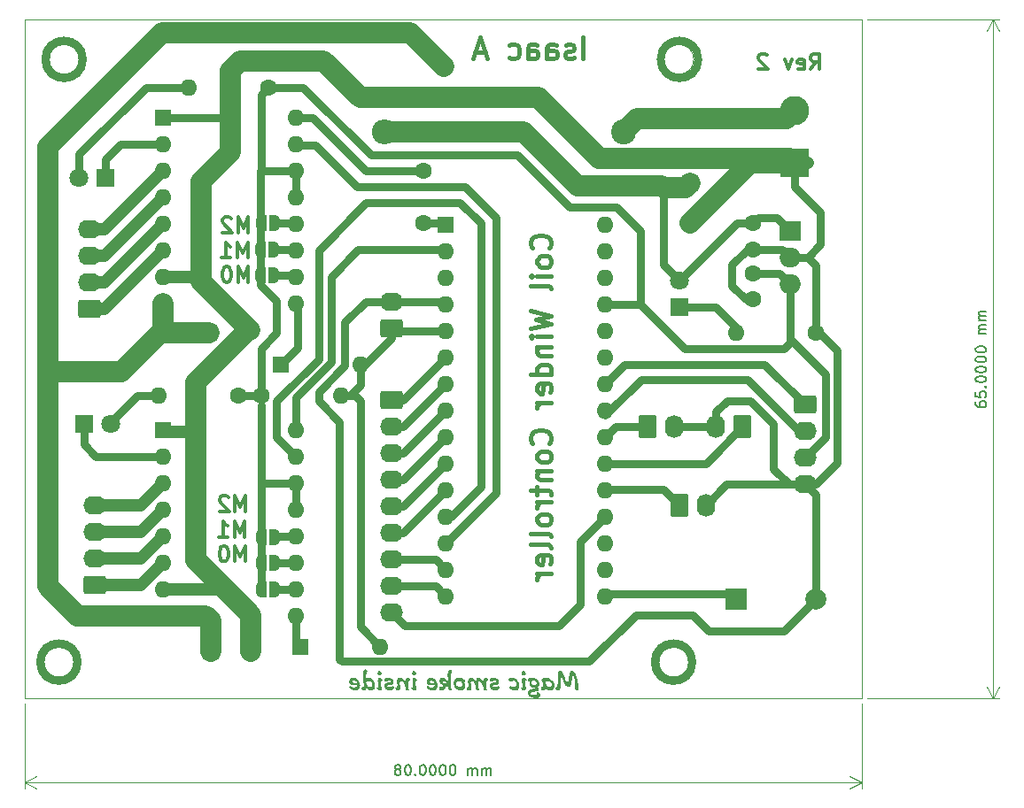
<source format=gbr>
%TF.GenerationSoftware,KiCad,Pcbnew,8.0.6*%
%TF.CreationDate,2026-01-06T07:00:52+07:00*%
%TF.ProjectId,Tesla coil winder Control board ,5465736c-6120-4636-9f69-6c2077696e64,rev?*%
%TF.SameCoordinates,Original*%
%TF.FileFunction,Copper,L2,Bot*%
%TF.FilePolarity,Positive*%
%FSLAX46Y46*%
G04 Gerber Fmt 4.6, Leading zero omitted, Abs format (unit mm)*
G04 Created by KiCad (PCBNEW 8.0.6) date 2026-01-06 07:00:52*
%MOMM*%
%LPD*%
G01*
G04 APERTURE LIST*
G04 Aperture macros list*
%AMRoundRect*
0 Rectangle with rounded corners*
0 $1 Rounding radius*
0 $2 $3 $4 $5 $6 $7 $8 $9 X,Y pos of 4 corners*
0 Add a 4 corners polygon primitive as box body*
4,1,4,$2,$3,$4,$5,$6,$7,$8,$9,$2,$3,0*
0 Add four circle primitives for the rounded corners*
1,1,$1+$1,$2,$3*
1,1,$1+$1,$4,$5*
1,1,$1+$1,$6,$7*
1,1,$1+$1,$8,$9*
0 Add four rect primitives between the rounded corners*
20,1,$1+$1,$2,$3,$4,$5,0*
20,1,$1+$1,$4,$5,$6,$7,0*
20,1,$1+$1,$6,$7,$8,$9,0*
20,1,$1+$1,$8,$9,$2,$3,0*%
%AMFreePoly0*
4,1,19,0.500000,-0.750000,0.000000,-0.750000,0.000000,-0.744911,-0.071157,-0.744911,-0.207708,-0.704816,-0.327430,-0.627875,-0.420627,-0.520320,-0.479746,-0.390866,-0.500000,-0.250000,-0.500000,0.250000,-0.479746,0.390866,-0.420627,0.520320,-0.327430,0.627875,-0.207708,0.704816,-0.071157,0.744911,0.000000,0.744911,0.000000,0.750000,0.500000,0.750000,0.500000,-0.750000,0.500000,-0.750000,
$1*%
%AMFreePoly1*
4,1,19,0.000000,0.744911,0.071157,0.744911,0.207708,0.704816,0.327430,0.627875,0.420627,0.520320,0.479746,0.390866,0.500000,0.250000,0.500000,-0.250000,0.479746,-0.390866,0.420627,-0.520320,0.327430,-0.627875,0.207708,-0.704816,0.071157,-0.744911,0.000000,-0.744911,0.000000,-0.750000,-0.500000,-0.750000,-0.500000,0.750000,0.000000,0.750000,0.000000,0.744911,0.000000,0.744911,
$1*%
G04 Aperture macros list end*
%TA.AperFunction,NonConductor*%
%ADD10C,0.800000*%
%TD*%
%ADD11C,0.300000*%
%TA.AperFunction,NonConductor*%
%ADD12C,0.300000*%
%TD*%
%ADD13C,0.400000*%
%TA.AperFunction,NonConductor*%
%ADD14C,0.400000*%
%TD*%
%ADD15C,0.375000*%
%TA.AperFunction,NonConductor*%
%ADD16C,0.375000*%
%TD*%
%TA.AperFunction,ComponentPad*%
%ADD17C,1.600000*%
%TD*%
%TA.AperFunction,ComponentPad*%
%ADD18O,1.600000X1.600000*%
%TD*%
%TA.AperFunction,ComponentPad*%
%ADD19RoundRect,0.250000X0.845000X-0.620000X0.845000X0.620000X-0.845000X0.620000X-0.845000X-0.620000X0*%
%TD*%
%TA.AperFunction,ComponentPad*%
%ADD20O,2.190000X1.740000*%
%TD*%
%TA.AperFunction,ComponentPad*%
%ADD21RoundRect,0.250000X0.620000X0.845000X-0.620000X0.845000X-0.620000X-0.845000X0.620000X-0.845000X0*%
%TD*%
%TA.AperFunction,ComponentPad*%
%ADD22O,1.740000X2.190000*%
%TD*%
%TA.AperFunction,ComponentPad*%
%ADD23R,2.000000X1.905000*%
%TD*%
%TA.AperFunction,ComponentPad*%
%ADD24O,2.000000X1.905000*%
%TD*%
%TA.AperFunction,ComponentPad*%
%ADD25R,2.800000X2.800000*%
%TD*%
%TA.AperFunction,ComponentPad*%
%ADD26C,2.800000*%
%TD*%
%TA.AperFunction,ComponentPad*%
%ADD27RoundRect,0.250000X-0.620000X-0.845000X0.620000X-0.845000X0.620000X0.845000X-0.620000X0.845000X0*%
%TD*%
%TA.AperFunction,ComponentPad*%
%ADD28R,1.800000X1.800000*%
%TD*%
%TA.AperFunction,ComponentPad*%
%ADD29C,1.800000*%
%TD*%
%TA.AperFunction,ComponentPad*%
%ADD30R,1.600000X1.600000*%
%TD*%
%TA.AperFunction,ComponentPad*%
%ADD31RoundRect,0.250000X-0.845000X0.620000X-0.845000X-0.620000X0.845000X-0.620000X0.845000X0.620000X0*%
%TD*%
%TA.AperFunction,ComponentPad*%
%ADD32R,2.000000X2.000000*%
%TD*%
%TA.AperFunction,ComponentPad*%
%ADD33C,2.000000*%
%TD*%
%TA.AperFunction,ComponentPad*%
%ADD34C,2.400000*%
%TD*%
%TA.AperFunction,ComponentPad*%
%ADD35O,2.400000X2.400000*%
%TD*%
%TA.AperFunction,SMDPad,CuDef*%
%ADD36FreePoly0,0.000000*%
%TD*%
%TA.AperFunction,SMDPad,CuDef*%
%ADD37FreePoly1,0.000000*%
%TD*%
%TA.AperFunction,ViaPad*%
%ADD38C,1.600000*%
%TD*%
%TA.AperFunction,Conductor*%
%ADD39C,2.000000*%
%TD*%
%TA.AperFunction,Conductor*%
%ADD40C,0.800000*%
%TD*%
%TA.AperFunction,Conductor*%
%ADD41C,1.200000*%
%TD*%
%TA.AperFunction,Profile*%
%ADD42C,0.050000*%
%TD*%
%ADD43C,0.150000*%
G04 APERTURE END LIST*
D10*
X106302776Y-22333726D02*
G75*
G02*
X102697224Y-22333726I-1802776J0D01*
G01*
X102697224Y-22333726D02*
G75*
G02*
X106302776Y-22333726I1802776J0D01*
G01*
X47481541Y-22333726D02*
G75*
G02*
X43875989Y-22333726I-1802776J0D01*
G01*
X43875989Y-22333726D02*
G75*
G02*
X47481541Y-22333726I1802776J0D01*
G01*
X46988949Y-80000000D02*
G75*
G02*
X43383397Y-80000000I-1802776J0D01*
G01*
X43383397Y-80000000D02*
G75*
G02*
X46988949Y-80000000I1802776J0D01*
G01*
X105737127Y-80000000D02*
G75*
G02*
X102131575Y-80000000I-1802776J0D01*
G01*
X102131575Y-80000000D02*
G75*
G02*
X105737127Y-80000000I1802776J0D01*
G01*
D11*
D12*
X63301483Y-38884885D02*
X63301483Y-37384885D01*
X63301483Y-37384885D02*
X62801483Y-38456314D01*
X62801483Y-38456314D02*
X62301483Y-37384885D01*
X62301483Y-37384885D02*
X62301483Y-38884885D01*
X61658625Y-37527742D02*
X61587197Y-37456314D01*
X61587197Y-37456314D02*
X61444340Y-37384885D01*
X61444340Y-37384885D02*
X61087197Y-37384885D01*
X61087197Y-37384885D02*
X60944340Y-37456314D01*
X60944340Y-37456314D02*
X60872911Y-37527742D01*
X60872911Y-37527742D02*
X60801482Y-37670599D01*
X60801482Y-37670599D02*
X60801482Y-37813457D01*
X60801482Y-37813457D02*
X60872911Y-38027742D01*
X60872911Y-38027742D02*
X61730054Y-38884885D01*
X61730054Y-38884885D02*
X60801482Y-38884885D01*
D13*
D14*
X95260652Y-22234438D02*
X95260652Y-20234438D01*
X94403509Y-22139200D02*
X94213033Y-22234438D01*
X94213033Y-22234438D02*
X93832081Y-22234438D01*
X93832081Y-22234438D02*
X93641604Y-22139200D01*
X93641604Y-22139200D02*
X93546366Y-21948723D01*
X93546366Y-21948723D02*
X93546366Y-21853485D01*
X93546366Y-21853485D02*
X93641604Y-21663009D01*
X93641604Y-21663009D02*
X93832081Y-21567771D01*
X93832081Y-21567771D02*
X94117795Y-21567771D01*
X94117795Y-21567771D02*
X94308271Y-21472533D01*
X94308271Y-21472533D02*
X94403509Y-21282057D01*
X94403509Y-21282057D02*
X94403509Y-21186819D01*
X94403509Y-21186819D02*
X94308271Y-20996342D01*
X94308271Y-20996342D02*
X94117795Y-20901104D01*
X94117795Y-20901104D02*
X93832081Y-20901104D01*
X93832081Y-20901104D02*
X93641604Y-20996342D01*
X91832080Y-22234438D02*
X91832080Y-21186819D01*
X91832080Y-21186819D02*
X91927318Y-20996342D01*
X91927318Y-20996342D02*
X92117794Y-20901104D01*
X92117794Y-20901104D02*
X92498747Y-20901104D01*
X92498747Y-20901104D02*
X92689223Y-20996342D01*
X91832080Y-22139200D02*
X92022556Y-22234438D01*
X92022556Y-22234438D02*
X92498747Y-22234438D01*
X92498747Y-22234438D02*
X92689223Y-22139200D01*
X92689223Y-22139200D02*
X92784461Y-21948723D01*
X92784461Y-21948723D02*
X92784461Y-21758247D01*
X92784461Y-21758247D02*
X92689223Y-21567771D01*
X92689223Y-21567771D02*
X92498747Y-21472533D01*
X92498747Y-21472533D02*
X92022556Y-21472533D01*
X92022556Y-21472533D02*
X91832080Y-21377295D01*
X90022556Y-22234438D02*
X90022556Y-21186819D01*
X90022556Y-21186819D02*
X90117794Y-20996342D01*
X90117794Y-20996342D02*
X90308270Y-20901104D01*
X90308270Y-20901104D02*
X90689223Y-20901104D01*
X90689223Y-20901104D02*
X90879699Y-20996342D01*
X90022556Y-22139200D02*
X90213032Y-22234438D01*
X90213032Y-22234438D02*
X90689223Y-22234438D01*
X90689223Y-22234438D02*
X90879699Y-22139200D01*
X90879699Y-22139200D02*
X90974937Y-21948723D01*
X90974937Y-21948723D02*
X90974937Y-21758247D01*
X90974937Y-21758247D02*
X90879699Y-21567771D01*
X90879699Y-21567771D02*
X90689223Y-21472533D01*
X90689223Y-21472533D02*
X90213032Y-21472533D01*
X90213032Y-21472533D02*
X90022556Y-21377295D01*
X88213032Y-22139200D02*
X88403508Y-22234438D01*
X88403508Y-22234438D02*
X88784461Y-22234438D01*
X88784461Y-22234438D02*
X88974937Y-22139200D01*
X88974937Y-22139200D02*
X89070175Y-22043961D01*
X89070175Y-22043961D02*
X89165413Y-21853485D01*
X89165413Y-21853485D02*
X89165413Y-21282057D01*
X89165413Y-21282057D02*
X89070175Y-21091580D01*
X89070175Y-21091580D02*
X88974937Y-20996342D01*
X88974937Y-20996342D02*
X88784461Y-20901104D01*
X88784461Y-20901104D02*
X88403508Y-20901104D01*
X88403508Y-20901104D02*
X88213032Y-20996342D01*
X85927317Y-21663009D02*
X84974936Y-21663009D01*
X86117793Y-22234438D02*
X85451127Y-20234438D01*
X85451127Y-20234438D02*
X84784460Y-22234438D01*
D11*
D12*
X63234734Y-41332349D02*
X63234734Y-39832349D01*
X63234734Y-39832349D02*
X62734734Y-40903778D01*
X62734734Y-40903778D02*
X62234734Y-39832349D01*
X62234734Y-39832349D02*
X62234734Y-41332349D01*
X60734733Y-41332349D02*
X61591876Y-41332349D01*
X61163305Y-41332349D02*
X61163305Y-39832349D01*
X61163305Y-39832349D02*
X61306162Y-40046635D01*
X61306162Y-40046635D02*
X61449019Y-40189492D01*
X61449019Y-40189492D02*
X61591876Y-40260921D01*
D11*
D12*
X63030334Y-70372857D02*
X63030334Y-68872857D01*
X63030334Y-68872857D02*
X62530334Y-69944286D01*
X62530334Y-69944286D02*
X62030334Y-68872857D01*
X62030334Y-68872857D02*
X62030334Y-70372857D01*
X61030333Y-68872857D02*
X60887476Y-68872857D01*
X60887476Y-68872857D02*
X60744619Y-68944286D01*
X60744619Y-68944286D02*
X60673191Y-69015714D01*
X60673191Y-69015714D02*
X60601762Y-69158571D01*
X60601762Y-69158571D02*
X60530333Y-69444286D01*
X60530333Y-69444286D02*
X60530333Y-69801429D01*
X60530333Y-69801429D02*
X60601762Y-70087143D01*
X60601762Y-70087143D02*
X60673191Y-70230000D01*
X60673191Y-70230000D02*
X60744619Y-70301429D01*
X60744619Y-70301429D02*
X60887476Y-70372857D01*
X60887476Y-70372857D02*
X61030333Y-70372857D01*
X61030333Y-70372857D02*
X61173191Y-70301429D01*
X61173191Y-70301429D02*
X61244619Y-70230000D01*
X61244619Y-70230000D02*
X61316048Y-70087143D01*
X61316048Y-70087143D02*
X61387476Y-69801429D01*
X61387476Y-69801429D02*
X61387476Y-69444286D01*
X61387476Y-69444286D02*
X61316048Y-69158571D01*
X61316048Y-69158571D02*
X61244619Y-69015714D01*
X61244619Y-69015714D02*
X61173191Y-68944286D01*
X61173191Y-68944286D02*
X61030333Y-68872857D01*
D11*
D12*
G36*
X94768946Y-82691263D02*
G01*
X94859084Y-82651482D01*
X94876901Y-82578422D01*
X94873943Y-82474424D01*
X94865071Y-82360264D01*
X94853713Y-82261620D01*
X94838570Y-82156474D01*
X94819641Y-82044824D01*
X94796927Y-81926672D01*
X94770426Y-81802016D01*
X94755757Y-81737250D01*
X94731127Y-81637497D01*
X94704256Y-81539127D01*
X94675142Y-81442141D01*
X94643787Y-81346538D01*
X94610189Y-81252318D01*
X94574349Y-81159482D01*
X94559385Y-81122735D01*
X94513523Y-81027841D01*
X94457698Y-80943806D01*
X94411863Y-80894124D01*
X94326948Y-80837674D01*
X94230656Y-80815785D01*
X94216957Y-80815478D01*
X94117764Y-80836487D01*
X94062595Y-80875073D01*
X94010880Y-80958002D01*
X93989616Y-81056523D01*
X93988834Y-81064605D01*
X93978793Y-81161875D01*
X93965777Y-81272578D01*
X93951358Y-81380289D01*
X93935537Y-81485008D01*
X93923377Y-81557976D01*
X93903044Y-81665198D01*
X93880023Y-81765971D01*
X93851676Y-81860593D01*
X93841311Y-81887215D01*
X93815910Y-81930202D01*
X93783182Y-81940949D01*
X93741660Y-81928248D01*
X93704047Y-81881842D01*
X93655554Y-81784186D01*
X93616055Y-81688427D01*
X93578758Y-81589895D01*
X93537478Y-81474333D01*
X93501585Y-81369622D01*
X93472993Y-81283935D01*
X93436784Y-81183368D01*
X93398499Y-81093182D01*
X93352947Y-81004129D01*
X93315701Y-80943949D01*
X93248015Y-80870806D01*
X93156137Y-80825640D01*
X93074877Y-80815478D01*
X92976264Y-80835881D01*
X92918562Y-80887773D01*
X92883391Y-80980708D01*
X92872079Y-81086610D01*
X92871667Y-81114919D01*
X92873257Y-81217181D01*
X92877579Y-81316156D01*
X92879972Y-81355254D01*
X92885403Y-81457770D01*
X92889353Y-81556269D01*
X92891207Y-81660069D01*
X92888528Y-81788121D01*
X92880491Y-81905320D01*
X92867095Y-82011664D01*
X92842817Y-82129333D01*
X92810166Y-82230042D01*
X92759934Y-82328509D01*
X92719748Y-82380586D01*
X92660818Y-82461229D01*
X92655757Y-82491960D01*
X92690047Y-82586318D01*
X92735380Y-82630202D01*
X92825526Y-82677846D01*
X92915143Y-82691263D01*
X93013307Y-82667490D01*
X93050453Y-82636064D01*
X93102011Y-82546801D01*
X93126168Y-82474375D01*
X93145963Y-82375459D01*
X93160897Y-82269345D01*
X93170968Y-82156030D01*
X93175731Y-82053173D01*
X93176971Y-81963419D01*
X93175425Y-81864728D01*
X93171456Y-81761238D01*
X93165980Y-81658512D01*
X93158634Y-81544426D01*
X93157431Y-81527201D01*
X93150157Y-81428114D01*
X93146196Y-81352323D01*
X93153035Y-81297613D01*
X93181367Y-81284424D01*
X93257021Y-81351194D01*
X93275157Y-81403126D01*
X93308005Y-81505942D01*
X93339871Y-81603241D01*
X93375088Y-81707685D01*
X93409023Y-81804924D01*
X93417306Y-81828108D01*
X93454980Y-81927091D01*
X93493813Y-82017959D01*
X93538321Y-82109407D01*
X93556524Y-82143182D01*
X93614334Y-82228199D01*
X93685897Y-82294908D01*
X93695254Y-82300963D01*
X93789236Y-82339710D01*
X93858897Y-82347369D01*
X93963865Y-82327662D01*
X94048508Y-82268543D01*
X94106683Y-82182905D01*
X94139776Y-82098241D01*
X94165997Y-82001106D01*
X94188132Y-81898677D01*
X94206666Y-81794989D01*
X94210607Y-81770467D01*
X94224773Y-81669320D01*
X94236496Y-81564204D01*
X94245778Y-81455119D01*
X94251895Y-81356414D01*
X94252616Y-81342065D01*
X94295488Y-81253942D01*
X94303907Y-81253161D01*
X94381798Y-81312496D01*
X94395743Y-81343042D01*
X94425637Y-81437409D01*
X94452672Y-81541360D01*
X94474303Y-81641804D01*
X94489043Y-81722107D01*
X94505286Y-81830459D01*
X94516887Y-81936186D01*
X94523848Y-82039287D01*
X94526168Y-82139762D01*
X94523700Y-82238273D01*
X94517566Y-82336324D01*
X94514933Y-82368862D01*
X94507610Y-82466816D01*
X94506629Y-82514431D01*
X94541166Y-82607129D01*
X94595045Y-82646810D01*
X94688160Y-82681495D01*
X94768946Y-82691263D01*
G37*
G36*
X91765837Y-81472116D02*
G01*
X91866272Y-81479269D01*
X91974930Y-81501067D01*
X92077054Y-81537398D01*
X92172644Y-81588262D01*
X92259473Y-81650605D01*
X92335799Y-81721374D01*
X92401622Y-81800570D01*
X92456943Y-81888192D01*
X92490809Y-81957481D01*
X92525064Y-82051148D01*
X92548712Y-82158275D01*
X92556594Y-82267257D01*
X92556184Y-82292006D01*
X92544184Y-82394779D01*
X92511364Y-82492477D01*
X92451570Y-82579888D01*
X92370487Y-82643297D01*
X92272318Y-82680386D01*
X92168248Y-82691263D01*
X92075646Y-82682867D01*
X91980615Y-82654237D01*
X91892742Y-82605289D01*
X91849288Y-82572660D01*
X91777526Y-82506165D01*
X91719330Y-82426503D01*
X91703698Y-82517972D01*
X91656803Y-82605778D01*
X91652813Y-82611037D01*
X91574685Y-82672479D01*
X91477041Y-82691263D01*
X91394493Y-82679250D01*
X91312421Y-82618478D01*
X91284054Y-82568161D01*
X91262595Y-82472421D01*
X91279204Y-82417222D01*
X91330495Y-82392309D01*
X91365071Y-82381769D01*
X91441137Y-82308656D01*
X91470958Y-82212979D01*
X91478018Y-82114361D01*
X91477999Y-82108094D01*
X91472641Y-82005481D01*
X91458967Y-81905289D01*
X91429169Y-81909685D01*
X91419509Y-81909076D01*
X91350034Y-81840321D01*
X91349818Y-81839344D01*
X91694905Y-81839344D01*
X91705411Y-81933273D01*
X91727382Y-82035272D01*
X91762805Y-82130481D01*
X91772264Y-82150519D01*
X91824357Y-82233814D01*
X91894696Y-82304382D01*
X91982257Y-82352742D01*
X92078855Y-82368862D01*
X92152808Y-82358543D01*
X92235659Y-82306336D01*
X92278524Y-82231720D01*
X92292812Y-82133900D01*
X92286217Y-82064169D01*
X92251596Y-81971021D01*
X92187299Y-81891612D01*
X92115324Y-81840349D01*
X92022927Y-81805889D01*
X91916678Y-81794403D01*
X91892898Y-81794798D01*
X91790103Y-81807086D01*
X91694905Y-81839344D01*
X91349818Y-81839344D01*
X91335380Y-81773886D01*
X91329518Y-81702079D01*
X91330591Y-81682677D01*
X91372571Y-81592109D01*
X91451639Y-81534528D01*
X91542120Y-81498930D01*
X91645646Y-81478108D01*
X91751081Y-81472002D01*
X91765837Y-81472116D01*
G37*
G36*
X90489605Y-81473224D02*
G01*
X90597681Y-81484901D01*
X90696252Y-81508944D01*
X90794626Y-81550160D01*
X90880025Y-81603970D01*
X90957545Y-81674621D01*
X91017864Y-81757278D01*
X91057277Y-81839786D01*
X91083771Y-81934953D01*
X91092602Y-82034738D01*
X91092410Y-82049116D01*
X91078678Y-82150989D01*
X91043265Y-82242344D01*
X91003492Y-82303390D01*
X90926517Y-82370327D01*
X90974328Y-82398646D01*
X91043983Y-82477089D01*
X91067201Y-82578911D01*
X91064981Y-82609632D01*
X91020795Y-82701032D01*
X90965454Y-82743314D01*
X90875226Y-82781632D01*
X90827805Y-82797111D01*
X90730146Y-82816803D01*
X90719480Y-82818353D01*
X90622679Y-82832435D01*
X90561141Y-82840735D01*
X90464558Y-82857202D01*
X90366713Y-82882260D01*
X90342649Y-82892114D01*
X90283182Y-82974584D01*
X90299709Y-83025703D01*
X90383321Y-83081563D01*
X90415450Y-83092399D01*
X90514292Y-83112968D01*
X90617794Y-83119176D01*
X90625926Y-83119141D01*
X90729256Y-83111341D01*
X90828332Y-83083517D01*
X90855225Y-83069165D01*
X90907466Y-82984354D01*
X90900628Y-82937948D01*
X90893300Y-82891053D01*
X90967550Y-82839274D01*
X91065980Y-82859790D01*
X91144382Y-82921339D01*
X91148589Y-82926526D01*
X91197743Y-83016773D01*
X91212770Y-83113803D01*
X91202492Y-83192894D01*
X91156811Y-83283684D01*
X91082833Y-83352184D01*
X91040224Y-83377937D01*
X90942985Y-83416348D01*
X90841765Y-83435990D01*
X90740893Y-83441577D01*
X90682907Y-83439967D01*
X90581717Y-83428954D01*
X90484623Y-83407509D01*
X90391625Y-83375631D01*
X90381585Y-83371484D01*
X90288315Y-83323876D01*
X90208020Y-83265105D01*
X90134682Y-83187564D01*
X90084450Y-83107613D01*
X90050683Y-83011291D01*
X90039427Y-82906196D01*
X90040603Y-82872697D01*
X90060658Y-82776791D01*
X90114654Y-82690774D01*
X90139262Y-82667528D01*
X90221488Y-82613352D01*
X90315422Y-82577445D01*
X90331383Y-82573003D01*
X90428791Y-82551300D01*
X90531468Y-82535577D01*
X90635380Y-82524689D01*
X90718422Y-82507592D01*
X90741870Y-82481214D01*
X90713538Y-82451416D01*
X90700858Y-82447930D01*
X90602651Y-82441158D01*
X90538080Y-82430255D01*
X90433391Y-82397227D01*
X90343540Y-82346965D01*
X90268527Y-82279469D01*
X90247052Y-82253599D01*
X90190723Y-82161474D01*
X90157865Y-82060285D01*
X90148360Y-81961465D01*
X90148437Y-81948621D01*
X90150943Y-81920432D01*
X90375505Y-81920432D01*
X90390854Y-82011465D01*
X90445359Y-82093356D01*
X90533259Y-82145193D01*
X90634403Y-82159790D01*
X90696999Y-82154422D01*
X90789253Y-82114361D01*
X90816644Y-82086257D01*
X90845917Y-81991263D01*
X90832937Y-81923728D01*
X90767271Y-81847648D01*
X90741108Y-81832309D01*
X90643585Y-81801890D01*
X90545010Y-81794403D01*
X90487205Y-81796712D01*
X90389672Y-81813942D01*
X90387956Y-81820426D01*
X90375505Y-81920432D01*
X90150943Y-81920432D01*
X90157152Y-81850579D01*
X90082903Y-81863279D01*
X90017934Y-81818827D01*
X89999860Y-81726503D01*
X90003056Y-81684860D01*
X90046012Y-81589705D01*
X90130774Y-81529644D01*
X90139001Y-81526097D01*
X90235417Y-81494518D01*
X90332484Y-81477631D01*
X90438520Y-81472002D01*
X90489605Y-81473224D01*
G37*
G36*
X89625191Y-81253161D02*
G01*
X89724177Y-81231282D01*
X89763433Y-81202358D01*
X89809274Y-81113803D01*
X89814235Y-81061186D01*
X89791123Y-80962337D01*
X89752686Y-80907801D01*
X89666400Y-80855327D01*
X89602721Y-80846741D01*
X89505215Y-80865822D01*
X89461549Y-80895589D01*
X89415707Y-80982150D01*
X89410746Y-81034319D01*
X89429448Y-81130576D01*
X89469853Y-81191123D01*
X89552895Y-81242922D01*
X89625191Y-81253161D01*
G37*
G36*
X89622260Y-82691263D02*
G01*
X89725043Y-82669414D01*
X89794135Y-82594912D01*
X89816405Y-82494628D01*
X89817166Y-82467536D01*
X89809032Y-82367278D01*
X89789111Y-82267352D01*
X89774668Y-82212547D01*
X89749360Y-82115538D01*
X89733732Y-82017478D01*
X89730216Y-81949253D01*
X89744382Y-81853510D01*
X89797138Y-81795380D01*
X89869923Y-81747020D01*
X89895324Y-81684005D01*
X89857733Y-81591890D01*
X89855268Y-81588750D01*
X89781537Y-81522713D01*
X89751221Y-81505219D01*
X89654867Y-81474078D01*
X89622260Y-81472002D01*
X89524617Y-81498350D01*
X89484996Y-81546741D01*
X89456557Y-81642946D01*
X89449825Y-81735296D01*
X89454847Y-81833003D01*
X89468128Y-81939859D01*
X89484728Y-82037709D01*
X89492323Y-82077236D01*
X89508810Y-82179330D01*
X89514305Y-82259930D01*
X89486461Y-82354207D01*
X89405505Y-82413445D01*
X89393649Y-82419665D01*
X89360432Y-82476329D01*
X89387787Y-82561814D01*
X89453052Y-82636480D01*
X89474249Y-82651695D01*
X89569605Y-82687399D01*
X89622260Y-82691263D01*
G37*
G36*
X88760572Y-82691263D02*
G01*
X88868987Y-82681409D01*
X88962873Y-82651850D01*
X89050152Y-82595893D01*
X89080041Y-82566699D01*
X89139805Y-82479544D01*
X89174666Y-82385198D01*
X89190603Y-82288684D01*
X89193370Y-82222316D01*
X89187661Y-82118879D01*
X89170533Y-82020572D01*
X89137616Y-81916106D01*
X89102023Y-81839344D01*
X89044840Y-81748733D01*
X88976606Y-81669791D01*
X88897321Y-81602519D01*
X88848499Y-81570188D01*
X88754458Y-81522725D01*
X88654234Y-81490796D01*
X88547829Y-81474399D01*
X88486043Y-81472002D01*
X88382354Y-81480145D01*
X88285153Y-81509776D01*
X88263293Y-81521339D01*
X88193140Y-81594048D01*
X88179274Y-81660069D01*
X88207324Y-81756049D01*
X88251081Y-81811988D01*
X88321423Y-81862791D01*
X88390788Y-81885750D01*
X88444033Y-81862302D01*
X88522191Y-81806127D01*
X88618946Y-81784822D01*
X88631612Y-81784633D01*
X88731337Y-81798661D01*
X88819440Y-81845143D01*
X88846057Y-81869630D01*
X88901488Y-81954193D01*
X88925166Y-82050967D01*
X88927145Y-82092868D01*
X88913027Y-82194234D01*
X88866566Y-82280222D01*
X88853384Y-82294612D01*
X88767411Y-82350300D01*
X88664628Y-82368790D01*
X88657013Y-82368862D01*
X88559474Y-82358472D01*
X88511933Y-82346880D01*
X88419458Y-82309394D01*
X88378576Y-82283377D01*
X88304326Y-82253091D01*
X88233641Y-82320784D01*
X88232519Y-82341507D01*
X88256821Y-82441402D01*
X88317956Y-82524403D01*
X88329727Y-82535924D01*
X88409590Y-82594915D01*
X88500979Y-82639901D01*
X88522679Y-82648276D01*
X88618498Y-82676108D01*
X88715446Y-82689751D01*
X88760572Y-82691263D01*
G37*
G36*
X86894068Y-82691263D02*
G01*
X86993835Y-82684012D01*
X87093552Y-82659286D01*
X87182763Y-82617013D01*
X87261516Y-82547978D01*
X87301426Y-82454158D01*
X87304396Y-82415757D01*
X87278506Y-82320990D01*
X87198883Y-82278981D01*
X87138311Y-82295101D01*
X87049318Y-82335839D01*
X87008862Y-82348346D01*
X86912577Y-82365977D01*
X86852058Y-82368862D01*
X86751182Y-82360361D01*
X86685973Y-82341995D01*
X86618073Y-82278492D01*
X86663991Y-82237459D01*
X86759933Y-82216164D01*
X86854501Y-82202288D01*
X86956001Y-82183922D01*
X87053357Y-82159358D01*
X87058199Y-82157836D01*
X87149601Y-82111474D01*
X87190090Y-82075771D01*
X87237527Y-81984218D01*
X87245289Y-81911151D01*
X87231658Y-81809692D01*
X87194338Y-81718678D01*
X87183251Y-81699637D01*
X87117882Y-81618453D01*
X87038094Y-81556128D01*
X87002512Y-81535505D01*
X86907165Y-81496808D01*
X86808661Y-81477025D01*
X86720167Y-81472002D01*
X86616944Y-81478872D01*
X86514421Y-81501817D01*
X86463224Y-81520851D01*
X86381178Y-81575448D01*
X86348918Y-81658604D01*
X86383300Y-81752479D01*
X86385554Y-81755324D01*
X86458911Y-81821361D01*
X86471039Y-81828597D01*
X86557990Y-81855952D01*
X86591695Y-81845694D01*
X86621981Y-81820781D01*
X86707011Y-81772395D01*
X86805933Y-81753963D01*
X86829588Y-81753370D01*
X86927533Y-81765231D01*
X86956106Y-81776329D01*
X87001535Y-81829085D01*
X86933635Y-81890146D01*
X86832620Y-81912678D01*
X86740683Y-81925317D01*
X86635163Y-81945028D01*
X86539807Y-81974865D01*
X86466154Y-82013244D01*
X86400237Y-82088578D01*
X86375126Y-82189878D01*
X86374319Y-82215478D01*
X86386474Y-82315842D01*
X86422939Y-82414337D01*
X86437822Y-82442135D01*
X86498529Y-82525061D01*
X86577455Y-82594443D01*
X86620027Y-82621898D01*
X86713977Y-82664167D01*
X86809391Y-82685776D01*
X86894068Y-82691263D01*
G37*
G36*
X85992812Y-82691263D02*
G01*
X86087573Y-82660609D01*
X86097836Y-82604312D01*
X86073267Y-82495754D01*
X86053781Y-82395027D01*
X86037472Y-82287409D01*
X86027305Y-82177469D01*
X86025540Y-82115826D01*
X86028201Y-82013607D01*
X86039708Y-81915213D01*
X86041660Y-81906266D01*
X86081115Y-81815423D01*
X86082693Y-81813942D01*
X86157920Y-81772421D01*
X86218492Y-81695240D01*
X86186402Y-81600862D01*
X86184298Y-81597543D01*
X86114305Y-81524783D01*
X86089043Y-81508150D01*
X85994455Y-81474862D01*
X85953733Y-81472002D01*
X85856875Y-81496999D01*
X85791766Y-81582238D01*
X85771677Y-81682225D01*
X85770062Y-81727969D01*
X85776794Y-81826818D01*
X85792689Y-81925880D01*
X85814989Y-82028005D01*
X85817934Y-82040111D01*
X85825261Y-82039623D01*
X85793393Y-81938183D01*
X85758606Y-81846720D01*
X85707681Y-81740292D01*
X85651566Y-81651601D01*
X85574124Y-81565682D01*
X85488572Y-81507479D01*
X85394911Y-81476991D01*
X85334822Y-81472002D01*
X85234401Y-81487078D01*
X85148435Y-81537033D01*
X85123307Y-81563349D01*
X85074285Y-81650145D01*
X85051215Y-81752590D01*
X85047592Y-81822247D01*
X85049546Y-81822247D01*
X84994916Y-81721346D01*
X84933607Y-81637547D01*
X84851221Y-81559563D01*
X84759217Y-81506206D01*
X84657597Y-81477475D01*
X84584508Y-81472002D01*
X84481303Y-81487562D01*
X84391436Y-81539120D01*
X84364689Y-81566280D01*
X84311871Y-81651184D01*
X84285980Y-81752696D01*
X84283112Y-81805150D01*
X84293589Y-81906739D01*
X84317953Y-82003444D01*
X84320237Y-82010802D01*
X84342944Y-82106679D01*
X84353454Y-82196427D01*
X84334632Y-82299970D01*
X84271761Y-82377104D01*
X84219609Y-82403545D01*
X84181507Y-82429434D01*
X84168318Y-82471444D01*
X84192561Y-82568290D01*
X84219609Y-82615059D01*
X84298331Y-82676677D01*
X84388625Y-82691263D01*
X84484731Y-82672265D01*
X84562873Y-82610120D01*
X84566922Y-82604801D01*
X84612854Y-82512444D01*
X84629914Y-82414864D01*
X84630914Y-82381563D01*
X84624384Y-82278296D01*
X84606764Y-82174386D01*
X84591346Y-82109965D01*
X84569840Y-82013532D01*
X84558129Y-81912616D01*
X84584508Y-81823224D01*
X84660223Y-81794403D01*
X84758758Y-81815627D01*
X84840710Y-81873344D01*
X84869783Y-81905289D01*
X84928911Y-81989095D01*
X84977454Y-82079007D01*
X85016901Y-82171104D01*
X85025122Y-82193007D01*
X85020173Y-82292489D01*
X85019748Y-82333203D01*
X85024694Y-82434342D01*
X85044787Y-82531980D01*
X85054919Y-82557418D01*
X85113170Y-82644077D01*
X85208539Y-82687995D01*
X85250802Y-82691263D01*
X85322121Y-82676120D01*
X85353384Y-82623363D01*
X85336915Y-82526842D01*
X85320199Y-82430156D01*
X85318213Y-82418688D01*
X85302628Y-82312569D01*
X85292144Y-82203592D01*
X85287106Y-82104322D01*
X85285973Y-82028387D01*
X85290554Y-81927021D01*
X85309909Y-81844228D01*
X85382693Y-81794403D01*
X85475616Y-81826409D01*
X85551221Y-81903488D01*
X85604466Y-81988332D01*
X85653864Y-82086975D01*
X85697034Y-82189466D01*
X85729698Y-82282300D01*
X85757594Y-82378080D01*
X85764689Y-82405987D01*
X85764689Y-82435296D01*
X85778535Y-82532311D01*
X85827704Y-82619944D01*
X85910960Y-82677612D01*
X85992812Y-82691263D01*
G37*
G36*
X83548681Y-81477297D02*
G01*
X83648739Y-81495354D01*
X83741870Y-81526224D01*
X83773530Y-81539841D01*
X83865039Y-81586625D01*
X83948988Y-81645415D01*
X84009295Y-81717285D01*
X84033007Y-81816385D01*
X84016887Y-81902358D01*
X83958757Y-81943391D01*
X83929448Y-81938995D01*
X83938617Y-81954718D01*
X83978471Y-82051018D01*
X83999174Y-82152990D01*
X84005163Y-82256510D01*
X84004129Y-82295206D01*
X83988608Y-82400835D01*
X83949520Y-82499801D01*
X83887438Y-82579399D01*
X83856526Y-82605617D01*
X83767359Y-82655868D01*
X83672588Y-82682414D01*
X83564061Y-82691263D01*
X83529962Y-82690464D01*
X83431735Y-82678486D01*
X83329754Y-82648318D01*
X83235310Y-82600404D01*
X83217370Y-82588724D01*
X83135338Y-82522483D01*
X83066092Y-82443171D01*
X83009630Y-82350788D01*
X82986551Y-82300494D01*
X82954866Y-82205757D01*
X82935855Y-82105611D01*
X82933154Y-82060628D01*
X83159595Y-82060628D01*
X83162789Y-82110133D01*
X83191626Y-82205139D01*
X83250453Y-82283377D01*
X83279815Y-82308004D01*
X83373955Y-82354754D01*
X83477110Y-82368862D01*
X83484578Y-82368793D01*
X83586287Y-82351277D01*
X83673482Y-82298520D01*
X83682710Y-82289500D01*
X83735100Y-82200993D01*
X83749685Y-82099706D01*
X83738430Y-82008013D01*
X83704663Y-81915627D01*
X83654431Y-81831039D01*
X83568392Y-81804743D01*
X83468806Y-81794403D01*
X83435849Y-81795426D01*
X83339068Y-81812877D01*
X83247034Y-81859860D01*
X83226540Y-81877209D01*
X83174026Y-81961981D01*
X83159595Y-82060628D01*
X82933154Y-82060628D01*
X82929518Y-82000055D01*
X82936110Y-81896488D01*
X82959786Y-81790891D01*
X83000681Y-81698911D01*
X83067271Y-81611709D01*
X83153176Y-81544175D01*
X83244134Y-81502700D01*
X83348830Y-81478687D01*
X83451709Y-81472002D01*
X83548681Y-81477297D01*
G37*
G36*
X82623726Y-82691263D02*
G01*
X82695045Y-82668304D01*
X82720935Y-82604312D01*
X82702864Y-82502881D01*
X82686571Y-82404300D01*
X82667611Y-82277294D01*
X82651812Y-82155356D01*
X82639172Y-82038485D01*
X82629693Y-81926683D01*
X82623373Y-81819949D01*
X82620213Y-81718283D01*
X82619818Y-81669351D01*
X82620683Y-81561392D01*
X82623278Y-81463626D01*
X82628361Y-81364371D01*
X82637892Y-81259023D01*
X82655975Y-81155685D01*
X82685371Y-81055234D01*
X82721912Y-80966420D01*
X82753648Y-80872707D01*
X82754152Y-80862861D01*
X82712709Y-80770566D01*
X82686252Y-80746113D01*
X82599241Y-80698256D01*
X82545568Y-80690425D01*
X82448642Y-80726408D01*
X82396092Y-80817920D01*
X82373286Y-80921331D01*
X82361669Y-81029381D01*
X82357014Y-81128006D01*
X82356036Y-81206266D01*
X82357448Y-81314115D01*
X82361684Y-81421261D01*
X82368744Y-81527705D01*
X82378628Y-81633447D01*
X82391337Y-81738487D01*
X82406869Y-81842824D01*
X82425225Y-81946459D01*
X82446406Y-82049392D01*
X82459106Y-82047438D01*
X82417509Y-81948109D01*
X82369227Y-81854857D01*
X82314259Y-81767682D01*
X82252607Y-81686585D01*
X82214375Y-81642972D01*
X82133195Y-81568173D01*
X82047435Y-81514745D01*
X81945481Y-81480183D01*
X81862177Y-81472002D01*
X81763251Y-81485869D01*
X81676911Y-81531817D01*
X81651151Y-81556022D01*
X81594701Y-81643055D01*
X81573196Y-81739199D01*
X81572505Y-81761674D01*
X81587742Y-81865679D01*
X81628855Y-81954671D01*
X81664829Y-82003475D01*
X81734477Y-82073239D01*
X81816479Y-82133421D01*
X81901744Y-82179818D01*
X81853332Y-82271202D01*
X81778151Y-82337662D01*
X81680454Y-82367201D01*
X81646755Y-82368862D01*
X81590579Y-82368862D01*
X81582274Y-82368862D01*
X81538799Y-82450439D01*
X81555955Y-82548585D01*
X81593021Y-82617013D01*
X81673931Y-82674948D01*
X81775551Y-82691190D01*
X81784019Y-82691263D01*
X81896750Y-82673093D01*
X81994610Y-82618585D01*
X82064799Y-82545403D01*
X82124660Y-82446985D01*
X82165112Y-82350082D01*
X82198955Y-82237028D01*
X82213398Y-82174445D01*
X82219748Y-82130969D01*
X82160413Y-82049160D01*
X82129867Y-82044019D01*
X82032494Y-82020251D01*
X81972575Y-81986378D01*
X81915330Y-81903854D01*
X81911514Y-81870607D01*
X81929588Y-81813942D01*
X81982833Y-81794403D01*
X82080446Y-81827642D01*
X82134263Y-81871584D01*
X82203193Y-81948205D01*
X82261603Y-82034272D01*
X82268597Y-82046461D01*
X82312938Y-82134857D01*
X82352780Y-82227726D01*
X82385146Y-82323381D01*
X82389741Y-82340041D01*
X82389741Y-82446043D01*
X82405983Y-82543251D01*
X82454710Y-82621898D01*
X82539924Y-82677986D01*
X82623726Y-82691263D01*
G37*
G36*
X80759162Y-81472882D02*
G01*
X80866553Y-81488529D01*
X80968887Y-81523735D01*
X81056664Y-81572142D01*
X81102588Y-81605000D01*
X81177438Y-81672800D01*
X81242242Y-81751729D01*
X81296999Y-81841786D01*
X81327046Y-81906381D01*
X81360461Y-82007136D01*
X81379889Y-82112529D01*
X81385415Y-82210104D01*
X81381087Y-82291448D01*
X81361853Y-82389115D01*
X81321822Y-82484247D01*
X81262316Y-82563768D01*
X81212588Y-82607096D01*
X81125309Y-82655280D01*
X81022806Y-82683294D01*
X80918911Y-82691263D01*
X80854087Y-82688446D01*
X80746046Y-82669963D01*
X80644876Y-82634230D01*
X80550579Y-82581246D01*
X80463154Y-82511011D01*
X80391043Y-82432836D01*
X80351779Y-82340041D01*
X80374738Y-82283866D01*
X80431891Y-82261395D01*
X80514933Y-82300474D01*
X80566908Y-82337968D01*
X80657083Y-82380586D01*
X80718678Y-82398446D01*
X80818283Y-82409895D01*
X80841868Y-82409221D01*
X80941030Y-82388250D01*
X81027355Y-82333203D01*
X81085637Y-82257332D01*
X81109909Y-82161744D01*
X81100192Y-82167874D01*
X81007327Y-82201800D01*
X80950220Y-82214302D01*
X80851988Y-82222316D01*
X80792727Y-82219581D01*
X80695812Y-82202168D01*
X80597487Y-82165163D01*
X80562008Y-82146173D01*
X80480588Y-82087643D01*
X80410397Y-82009825D01*
X80394025Y-81985111D01*
X80353914Y-81894042D01*
X80349126Y-81858883D01*
X80657571Y-81858883D01*
X80659752Y-81881111D01*
X80719609Y-81961953D01*
X80780009Y-81990337D01*
X80876901Y-82003475D01*
X80899249Y-82002977D01*
X80996092Y-81989309D01*
X81082554Y-81956092D01*
X81049201Y-81883323D01*
X80982414Y-81809546D01*
X80909005Y-81769224D01*
X80809979Y-81753370D01*
X80792080Y-81753813D01*
X80697138Y-81781702D01*
X80657571Y-81858883D01*
X80349126Y-81858883D01*
X80340544Y-81795868D01*
X80345616Y-81734346D01*
X80381951Y-81634973D01*
X80446545Y-81560418D01*
X80527166Y-81510080D01*
X80623949Y-81480637D01*
X80725959Y-81472002D01*
X80759162Y-81472882D01*
G37*
G36*
X79150104Y-81253161D02*
G01*
X79249090Y-81231282D01*
X79288346Y-81202358D01*
X79334187Y-81113803D01*
X79339148Y-81061186D01*
X79316036Y-80962337D01*
X79277599Y-80907801D01*
X79191313Y-80855327D01*
X79127634Y-80846741D01*
X79030128Y-80865822D01*
X78986461Y-80895589D01*
X78940620Y-80982150D01*
X78935659Y-81034319D01*
X78954361Y-81130576D01*
X78994766Y-81191123D01*
X79077807Y-81242922D01*
X79150104Y-81253161D01*
G37*
G36*
X79147173Y-82691263D02*
G01*
X79249956Y-82669414D01*
X79319048Y-82594912D01*
X79341318Y-82494628D01*
X79342079Y-82467536D01*
X79333945Y-82367278D01*
X79314024Y-82267352D01*
X79299581Y-82212547D01*
X79274273Y-82115538D01*
X79258645Y-82017478D01*
X79255129Y-81949253D01*
X79269295Y-81853510D01*
X79322051Y-81795380D01*
X79394836Y-81747020D01*
X79420237Y-81684005D01*
X79382645Y-81591890D01*
X79380181Y-81588750D01*
X79306450Y-81522713D01*
X79276133Y-81505219D01*
X79179780Y-81474078D01*
X79147173Y-81472002D01*
X79049530Y-81498350D01*
X79009909Y-81546741D01*
X78981470Y-81642946D01*
X78974738Y-81735296D01*
X78979760Y-81833003D01*
X78993040Y-81939859D01*
X79009641Y-82037709D01*
X79017236Y-82077236D01*
X79033722Y-82179330D01*
X79039218Y-82259930D01*
X79011374Y-82354207D01*
X78930417Y-82413445D01*
X78918562Y-82419665D01*
X78885345Y-82476329D01*
X78912700Y-82561814D01*
X78977964Y-82636480D01*
X78999162Y-82651695D01*
X79094518Y-82687399D01*
X79147173Y-82691263D01*
G37*
G36*
X78534612Y-82691263D02*
G01*
X78629373Y-82660609D01*
X78639637Y-82604312D01*
X78615067Y-82495754D01*
X78595581Y-82395027D01*
X78579272Y-82287409D01*
X78569106Y-82177469D01*
X78567341Y-82115826D01*
X78570001Y-82013607D01*
X78581509Y-81915213D01*
X78583461Y-81906266D01*
X78622916Y-81815423D01*
X78624494Y-81813942D01*
X78699720Y-81772421D01*
X78760293Y-81695240D01*
X78728202Y-81600862D01*
X78726099Y-81597543D01*
X78656105Y-81524783D01*
X78630844Y-81508150D01*
X78536256Y-81474862D01*
X78495533Y-81472002D01*
X78398676Y-81496999D01*
X78333566Y-81582238D01*
X78313477Y-81682225D01*
X78311863Y-81727969D01*
X78318320Y-81826544D01*
X78333566Y-81924956D01*
X78354955Y-82026172D01*
X78357780Y-82038157D01*
X78366573Y-82036203D01*
X78326252Y-81935374D01*
X78283139Y-81844463D01*
X78221315Y-81738675D01*
X78154530Y-81650519D01*
X78082784Y-81579994D01*
X77986124Y-81516631D01*
X77881713Y-81480818D01*
X77792602Y-81472002D01*
X77689494Y-81485260D01*
X77598103Y-81529545D01*
X77557641Y-81566280D01*
X77501976Y-81651184D01*
X77474690Y-81752696D01*
X77471667Y-81805150D01*
X77482972Y-81907071D01*
X77509259Y-82009226D01*
X77511723Y-82017152D01*
X77536270Y-82115949D01*
X77544452Y-82202288D01*
X77524599Y-82302604D01*
X77458287Y-82378876D01*
X77403279Y-82405987D01*
X77354431Y-82471444D01*
X77375436Y-82560348D01*
X77434153Y-82641506D01*
X77446266Y-82651695D01*
X77540239Y-82688790D01*
X77580111Y-82691263D01*
X77678614Y-82672265D01*
X77759550Y-82610120D01*
X77763782Y-82604801D01*
X77811817Y-82512444D01*
X77829659Y-82414864D01*
X77830704Y-82381563D01*
X77821541Y-82276536D01*
X77801486Y-82170796D01*
X77782833Y-82092868D01*
X77763224Y-81996664D01*
X77752547Y-81912616D01*
X77786047Y-81820378D01*
X77871249Y-81794403D01*
X77968667Y-81813855D01*
X78056734Y-81872211D01*
X78121834Y-81948895D01*
X78128681Y-81959023D01*
X78180643Y-82046156D01*
X78227599Y-82143426D01*
X78264578Y-82236852D01*
X78297723Y-82338038D01*
X78306489Y-82368374D01*
X78306489Y-82434319D01*
X78320335Y-82531792D01*
X78369504Y-82619944D01*
X78452760Y-82677612D01*
X78534612Y-82691263D01*
G37*
G36*
X76821493Y-82691263D02*
G01*
X76921260Y-82684012D01*
X77020977Y-82659286D01*
X77110188Y-82617013D01*
X77188940Y-82547978D01*
X77228851Y-82454158D01*
X77231821Y-82415757D01*
X77205931Y-82320990D01*
X77126308Y-82278981D01*
X77065736Y-82295101D01*
X76976743Y-82335839D01*
X76936287Y-82348346D01*
X76840002Y-82365977D01*
X76779483Y-82368862D01*
X76678607Y-82360361D01*
X76613398Y-82341995D01*
X76545498Y-82278492D01*
X76591416Y-82237459D01*
X76687358Y-82216164D01*
X76781926Y-82202288D01*
X76883426Y-82183922D01*
X76980782Y-82159358D01*
X76985624Y-82157836D01*
X77077026Y-82111474D01*
X77117515Y-82075771D01*
X77164952Y-81984218D01*
X77172714Y-81911151D01*
X77159083Y-81809692D01*
X77121763Y-81718678D01*
X77110676Y-81699637D01*
X77045307Y-81618453D01*
X76965519Y-81556128D01*
X76929937Y-81535505D01*
X76834590Y-81496808D01*
X76736086Y-81477025D01*
X76647592Y-81472002D01*
X76544369Y-81478872D01*
X76441846Y-81501817D01*
X76390648Y-81520851D01*
X76308603Y-81575448D01*
X76276343Y-81658604D01*
X76310725Y-81752479D01*
X76312979Y-81755324D01*
X76386336Y-81821361D01*
X76398464Y-81828597D01*
X76485415Y-81855952D01*
X76519120Y-81845694D01*
X76549406Y-81820781D01*
X76634436Y-81772395D01*
X76733358Y-81753963D01*
X76757013Y-81753370D01*
X76854958Y-81765231D01*
X76883531Y-81776329D01*
X76928960Y-81829085D01*
X76861060Y-81890146D01*
X76760045Y-81912678D01*
X76668108Y-81925317D01*
X76562588Y-81945028D01*
X76467232Y-81974865D01*
X76393579Y-82013244D01*
X76327662Y-82088578D01*
X76302551Y-82189878D01*
X76301744Y-82215478D01*
X76313899Y-82315842D01*
X76350364Y-82414337D01*
X76365247Y-82442135D01*
X76425954Y-82525061D01*
X76504880Y-82594443D01*
X76547452Y-82621898D01*
X76641402Y-82664167D01*
X76736815Y-82685776D01*
X76821493Y-82691263D01*
G37*
G36*
X75842079Y-81253161D02*
G01*
X75941065Y-81231282D01*
X75980321Y-81202358D01*
X76026162Y-81113803D01*
X76031123Y-81061186D01*
X76008011Y-80962337D01*
X75969574Y-80907801D01*
X75883287Y-80855327D01*
X75819609Y-80846741D01*
X75722102Y-80865822D01*
X75678436Y-80895589D01*
X75632595Y-80982150D01*
X75627634Y-81034319D01*
X75646336Y-81130576D01*
X75686741Y-81191123D01*
X75769782Y-81242922D01*
X75842079Y-81253161D01*
G37*
G36*
X75839148Y-82691263D02*
G01*
X75941930Y-82669414D01*
X76011023Y-82594912D01*
X76033293Y-82494628D01*
X76034054Y-82467536D01*
X76025919Y-82367278D01*
X76005998Y-82267352D01*
X75991556Y-82212547D01*
X75966247Y-82115538D01*
X75950620Y-82017478D01*
X75947103Y-81949253D01*
X75961270Y-81853510D01*
X76014026Y-81795380D01*
X76086810Y-81747020D01*
X76112212Y-81684005D01*
X76074620Y-81591890D01*
X76072156Y-81588750D01*
X75998425Y-81522713D01*
X75968108Y-81505219D01*
X75871755Y-81474078D01*
X75839148Y-81472002D01*
X75741505Y-81498350D01*
X75701884Y-81546741D01*
X75673445Y-81642946D01*
X75666713Y-81735296D01*
X75671734Y-81833003D01*
X75685015Y-81939859D01*
X75701616Y-82037709D01*
X75709211Y-82077236D01*
X75725697Y-82179330D01*
X75731193Y-82259930D01*
X75703349Y-82354207D01*
X75622392Y-82413445D01*
X75610537Y-82419665D01*
X75577320Y-82476329D01*
X75604675Y-82561814D01*
X75669939Y-82636480D01*
X75691137Y-82651695D01*
X75786493Y-82687399D01*
X75839148Y-82691263D01*
G37*
G36*
X74491187Y-80697844D02*
G01*
X74581786Y-80743182D01*
X74613415Y-80770323D01*
X74654082Y-80860907D01*
X74627704Y-80944438D01*
X74601356Y-81005040D01*
X74571108Y-81100639D01*
X74551988Y-81201870D01*
X74547684Y-81237529D01*
X74538792Y-81335226D01*
X74533073Y-81433595D01*
X74529518Y-81541856D01*
X74578794Y-81511295D01*
X74677360Y-81480256D01*
X74778646Y-81472002D01*
X74811435Y-81472994D01*
X74916765Y-81490625D01*
X75015989Y-81530296D01*
X75100069Y-81584842D01*
X75143880Y-81621763D01*
X75215047Y-81696574D01*
X75276321Y-81782127D01*
X75327704Y-81878422D01*
X75355759Y-81946618D01*
X75386959Y-82051165D01*
X75405098Y-82158416D01*
X75410258Y-82256022D01*
X75409865Y-82280734D01*
X75398367Y-82383959D01*
X75366921Y-82483335D01*
X75309630Y-82574026D01*
X75231616Y-82640773D01*
X75135941Y-82679814D01*
X75033635Y-82691263D01*
X74940279Y-82682056D01*
X74844089Y-82650661D01*
X74754710Y-82596985D01*
X74703105Y-82555291D01*
X74630084Y-82482728D01*
X74572993Y-82402568D01*
X74572946Y-82410103D01*
X74561025Y-82514431D01*
X74525122Y-82607732D01*
X74452751Y-82672909D01*
X74353175Y-82691263D01*
X74256697Y-82677144D01*
X74171946Y-82617501D01*
X74140242Y-82566790D01*
X74116259Y-82469979D01*
X74173900Y-82394752D01*
X74213313Y-82382361D01*
X74290160Y-82320502D01*
X74317043Y-82267312D01*
X74331681Y-82169560D01*
X74328962Y-82119786D01*
X74317297Y-82016711D01*
X74304178Y-81922386D01*
X74547592Y-81922386D01*
X74572810Y-81992664D01*
X74612438Y-82087422D01*
X74662875Y-82180307D01*
X74722530Y-82254474D01*
X74798185Y-82318548D01*
X74849452Y-82347194D01*
X74946685Y-82368862D01*
X75015670Y-82357092D01*
X75099092Y-82297543D01*
X75147118Y-82209116D01*
X75160642Y-82110942D01*
X75157602Y-82060984D01*
X75130160Y-81964409D01*
X75074180Y-81883796D01*
X75033544Y-81848964D01*
X74944311Y-81806974D01*
X74846057Y-81794403D01*
X74814963Y-81795528D01*
X74715968Y-81815525D01*
X74624129Y-81860519D01*
X74547592Y-81922386D01*
X74304178Y-81922386D01*
X74303838Y-81919944D01*
X74295470Y-81853087D01*
X74283472Y-81753756D01*
X74272017Y-81653250D01*
X74261828Y-81555533D01*
X74259296Y-81527936D01*
X74252656Y-81430239D01*
X74248782Y-81323764D01*
X74247662Y-81220432D01*
X74248568Y-81142544D01*
X74253789Y-81030475D01*
X74265209Y-80922862D01*
X74284787Y-80826224D01*
X74289733Y-80809780D01*
X74341451Y-80724375D01*
X74437194Y-80690425D01*
X74491187Y-80697844D01*
G37*
G36*
X73351765Y-81472882D02*
G01*
X73459156Y-81488529D01*
X73561490Y-81523735D01*
X73649267Y-81572142D01*
X73695191Y-81605000D01*
X73770041Y-81672800D01*
X73834845Y-81751729D01*
X73889602Y-81841786D01*
X73919649Y-81906381D01*
X73953064Y-82007136D01*
X73972492Y-82112529D01*
X73978018Y-82210104D01*
X73973690Y-82291448D01*
X73954456Y-82389115D01*
X73914425Y-82484247D01*
X73854919Y-82563768D01*
X73805191Y-82607096D01*
X73717912Y-82655280D01*
X73615409Y-82683294D01*
X73511514Y-82691263D01*
X73446690Y-82688446D01*
X73338649Y-82669963D01*
X73237479Y-82634230D01*
X73143182Y-82581246D01*
X73055757Y-82511011D01*
X72983646Y-82432836D01*
X72944382Y-82340041D01*
X72967341Y-82283866D01*
X73024494Y-82261395D01*
X73107536Y-82300474D01*
X73159511Y-82337968D01*
X73249685Y-82380586D01*
X73311280Y-82398446D01*
X73410886Y-82409895D01*
X73434470Y-82409221D01*
X73533633Y-82388250D01*
X73619958Y-82333203D01*
X73678240Y-82257332D01*
X73702512Y-82161744D01*
X73692794Y-82167874D01*
X73599930Y-82201800D01*
X73542823Y-82214302D01*
X73444591Y-82222316D01*
X73385329Y-82219581D01*
X73288415Y-82202168D01*
X73190090Y-82165163D01*
X73154611Y-82146173D01*
X73073191Y-82087643D01*
X73003000Y-82009825D01*
X72986628Y-81985111D01*
X72946517Y-81894042D01*
X72941729Y-81858883D01*
X73250174Y-81858883D01*
X73252355Y-81881111D01*
X73312212Y-81961953D01*
X73372612Y-81990337D01*
X73469504Y-82003475D01*
X73491852Y-82002977D01*
X73588695Y-81989309D01*
X73675157Y-81956092D01*
X73641804Y-81883323D01*
X73575017Y-81809546D01*
X73501608Y-81769224D01*
X73402581Y-81753370D01*
X73384683Y-81753813D01*
X73289741Y-81781702D01*
X73250174Y-81858883D01*
X72941729Y-81858883D01*
X72933147Y-81795868D01*
X72938219Y-81734346D01*
X72974554Y-81634973D01*
X73039148Y-81560418D01*
X73119769Y-81510080D01*
X73216552Y-81480637D01*
X73318562Y-81472002D01*
X73351765Y-81472882D01*
G37*
D11*
D12*
X63302671Y-43664472D02*
X63302671Y-42164472D01*
X63302671Y-42164472D02*
X62802671Y-43235901D01*
X62802671Y-43235901D02*
X62302671Y-42164472D01*
X62302671Y-42164472D02*
X62302671Y-43664472D01*
X61302670Y-42164472D02*
X61159813Y-42164472D01*
X61159813Y-42164472D02*
X61016956Y-42235901D01*
X61016956Y-42235901D02*
X60945528Y-42307329D01*
X60945528Y-42307329D02*
X60874099Y-42450186D01*
X60874099Y-42450186D02*
X60802670Y-42735901D01*
X60802670Y-42735901D02*
X60802670Y-43093044D01*
X60802670Y-43093044D02*
X60874099Y-43378758D01*
X60874099Y-43378758D02*
X60945528Y-43521615D01*
X60945528Y-43521615D02*
X61016956Y-43593044D01*
X61016956Y-43593044D02*
X61159813Y-43664472D01*
X61159813Y-43664472D02*
X61302670Y-43664472D01*
X61302670Y-43664472D02*
X61445528Y-43593044D01*
X61445528Y-43593044D02*
X61516956Y-43521615D01*
X61516956Y-43521615D02*
X61588385Y-43378758D01*
X61588385Y-43378758D02*
X61659813Y-43093044D01*
X61659813Y-43093044D02*
X61659813Y-42735901D01*
X61659813Y-42735901D02*
X61588385Y-42450186D01*
X61588385Y-42450186D02*
X61516956Y-42307329D01*
X61516956Y-42307329D02*
X61445528Y-42235901D01*
X61445528Y-42235901D02*
X61302670Y-42164472D01*
D11*
D12*
X63029146Y-65593270D02*
X63029146Y-64093270D01*
X63029146Y-64093270D02*
X62529146Y-65164699D01*
X62529146Y-65164699D02*
X62029146Y-64093270D01*
X62029146Y-64093270D02*
X62029146Y-65593270D01*
X61386288Y-64236127D02*
X61314860Y-64164699D01*
X61314860Y-64164699D02*
X61172003Y-64093270D01*
X61172003Y-64093270D02*
X60814860Y-64093270D01*
X60814860Y-64093270D02*
X60672003Y-64164699D01*
X60672003Y-64164699D02*
X60600574Y-64236127D01*
X60600574Y-64236127D02*
X60529145Y-64378984D01*
X60529145Y-64378984D02*
X60529145Y-64521842D01*
X60529145Y-64521842D02*
X60600574Y-64736127D01*
X60600574Y-64736127D02*
X61457717Y-65593270D01*
X61457717Y-65593270D02*
X60529145Y-65593270D01*
D15*
D16*
X117039004Y-23296928D02*
X117539004Y-22582642D01*
X117896147Y-23296928D02*
X117896147Y-21796928D01*
X117896147Y-21796928D02*
X117324718Y-21796928D01*
X117324718Y-21796928D02*
X117181861Y-21868357D01*
X117181861Y-21868357D02*
X117110432Y-21939785D01*
X117110432Y-21939785D02*
X117039004Y-22082642D01*
X117039004Y-22082642D02*
X117039004Y-22296928D01*
X117039004Y-22296928D02*
X117110432Y-22439785D01*
X117110432Y-22439785D02*
X117181861Y-22511214D01*
X117181861Y-22511214D02*
X117324718Y-22582642D01*
X117324718Y-22582642D02*
X117896147Y-22582642D01*
X115824718Y-23225500D02*
X115967575Y-23296928D01*
X115967575Y-23296928D02*
X116253290Y-23296928D01*
X116253290Y-23296928D02*
X116396147Y-23225500D01*
X116396147Y-23225500D02*
X116467575Y-23082642D01*
X116467575Y-23082642D02*
X116467575Y-22511214D01*
X116467575Y-22511214D02*
X116396147Y-22368357D01*
X116396147Y-22368357D02*
X116253290Y-22296928D01*
X116253290Y-22296928D02*
X115967575Y-22296928D01*
X115967575Y-22296928D02*
X115824718Y-22368357D01*
X115824718Y-22368357D02*
X115753290Y-22511214D01*
X115753290Y-22511214D02*
X115753290Y-22654071D01*
X115753290Y-22654071D02*
X116467575Y-22796928D01*
X115253290Y-22296928D02*
X114896147Y-23296928D01*
X114896147Y-23296928D02*
X114539004Y-22296928D01*
X112896147Y-21939785D02*
X112824719Y-21868357D01*
X112824719Y-21868357D02*
X112681862Y-21796928D01*
X112681862Y-21796928D02*
X112324719Y-21796928D01*
X112324719Y-21796928D02*
X112181862Y-21868357D01*
X112181862Y-21868357D02*
X112110433Y-21939785D01*
X112110433Y-21939785D02*
X112039004Y-22082642D01*
X112039004Y-22082642D02*
X112039004Y-22225500D01*
X112039004Y-22225500D02*
X112110433Y-22439785D01*
X112110433Y-22439785D02*
X112967576Y-23296928D01*
X112967576Y-23296928D02*
X112039004Y-23296928D01*
D11*
D12*
X62962397Y-68040734D02*
X62962397Y-66540734D01*
X62962397Y-66540734D02*
X62462397Y-67612163D01*
X62462397Y-67612163D02*
X61962397Y-66540734D01*
X61962397Y-66540734D02*
X61962397Y-68040734D01*
X60462396Y-68040734D02*
X61319539Y-68040734D01*
X60890968Y-68040734D02*
X60890968Y-66540734D01*
X60890968Y-66540734D02*
X61033825Y-66755020D01*
X61033825Y-66755020D02*
X61176682Y-66897877D01*
X61176682Y-66897877D02*
X61319539Y-66969306D01*
D13*
D14*
X92043961Y-40382204D02*
X92139200Y-40286966D01*
X92139200Y-40286966D02*
X92234438Y-40001252D01*
X92234438Y-40001252D02*
X92234438Y-39810776D01*
X92234438Y-39810776D02*
X92139200Y-39525061D01*
X92139200Y-39525061D02*
X91948723Y-39334585D01*
X91948723Y-39334585D02*
X91758247Y-39239347D01*
X91758247Y-39239347D02*
X91377295Y-39144109D01*
X91377295Y-39144109D02*
X91091580Y-39144109D01*
X91091580Y-39144109D02*
X90710628Y-39239347D01*
X90710628Y-39239347D02*
X90520152Y-39334585D01*
X90520152Y-39334585D02*
X90329676Y-39525061D01*
X90329676Y-39525061D02*
X90234438Y-39810776D01*
X90234438Y-39810776D02*
X90234438Y-40001252D01*
X90234438Y-40001252D02*
X90329676Y-40286966D01*
X90329676Y-40286966D02*
X90424914Y-40382204D01*
X92234438Y-41525061D02*
X92139200Y-41334585D01*
X92139200Y-41334585D02*
X92043961Y-41239347D01*
X92043961Y-41239347D02*
X91853485Y-41144109D01*
X91853485Y-41144109D02*
X91282057Y-41144109D01*
X91282057Y-41144109D02*
X91091580Y-41239347D01*
X91091580Y-41239347D02*
X90996342Y-41334585D01*
X90996342Y-41334585D02*
X90901104Y-41525061D01*
X90901104Y-41525061D02*
X90901104Y-41810776D01*
X90901104Y-41810776D02*
X90996342Y-42001252D01*
X90996342Y-42001252D02*
X91091580Y-42096490D01*
X91091580Y-42096490D02*
X91282057Y-42191728D01*
X91282057Y-42191728D02*
X91853485Y-42191728D01*
X91853485Y-42191728D02*
X92043961Y-42096490D01*
X92043961Y-42096490D02*
X92139200Y-42001252D01*
X92139200Y-42001252D02*
X92234438Y-41810776D01*
X92234438Y-41810776D02*
X92234438Y-41525061D01*
X92234438Y-43048871D02*
X90901104Y-43048871D01*
X90234438Y-43048871D02*
X90329676Y-42953633D01*
X90329676Y-42953633D02*
X90424914Y-43048871D01*
X90424914Y-43048871D02*
X90329676Y-43144109D01*
X90329676Y-43144109D02*
X90234438Y-43048871D01*
X90234438Y-43048871D02*
X90424914Y-43048871D01*
X92234438Y-44286966D02*
X92139200Y-44096490D01*
X92139200Y-44096490D02*
X91948723Y-44001252D01*
X91948723Y-44001252D02*
X90234438Y-44001252D01*
X90234438Y-46382205D02*
X92234438Y-46858395D01*
X92234438Y-46858395D02*
X90805866Y-47239348D01*
X90805866Y-47239348D02*
X92234438Y-47620300D01*
X92234438Y-47620300D02*
X90234438Y-48096491D01*
X92234438Y-48858395D02*
X90901104Y-48858395D01*
X90234438Y-48858395D02*
X90329676Y-48763157D01*
X90329676Y-48763157D02*
X90424914Y-48858395D01*
X90424914Y-48858395D02*
X90329676Y-48953633D01*
X90329676Y-48953633D02*
X90234438Y-48858395D01*
X90234438Y-48858395D02*
X90424914Y-48858395D01*
X90901104Y-49810776D02*
X92234438Y-49810776D01*
X91091580Y-49810776D02*
X90996342Y-49906014D01*
X90996342Y-49906014D02*
X90901104Y-50096490D01*
X90901104Y-50096490D02*
X90901104Y-50382205D01*
X90901104Y-50382205D02*
X90996342Y-50572681D01*
X90996342Y-50572681D02*
X91186819Y-50667919D01*
X91186819Y-50667919D02*
X92234438Y-50667919D01*
X92234438Y-52477443D02*
X90234438Y-52477443D01*
X92139200Y-52477443D02*
X92234438Y-52286967D01*
X92234438Y-52286967D02*
X92234438Y-51906014D01*
X92234438Y-51906014D02*
X92139200Y-51715538D01*
X92139200Y-51715538D02*
X92043961Y-51620300D01*
X92043961Y-51620300D02*
X91853485Y-51525062D01*
X91853485Y-51525062D02*
X91282057Y-51525062D01*
X91282057Y-51525062D02*
X91091580Y-51620300D01*
X91091580Y-51620300D02*
X90996342Y-51715538D01*
X90996342Y-51715538D02*
X90901104Y-51906014D01*
X90901104Y-51906014D02*
X90901104Y-52286967D01*
X90901104Y-52286967D02*
X90996342Y-52477443D01*
X92139200Y-54191729D02*
X92234438Y-54001253D01*
X92234438Y-54001253D02*
X92234438Y-53620300D01*
X92234438Y-53620300D02*
X92139200Y-53429824D01*
X92139200Y-53429824D02*
X91948723Y-53334586D01*
X91948723Y-53334586D02*
X91186819Y-53334586D01*
X91186819Y-53334586D02*
X90996342Y-53429824D01*
X90996342Y-53429824D02*
X90901104Y-53620300D01*
X90901104Y-53620300D02*
X90901104Y-54001253D01*
X90901104Y-54001253D02*
X90996342Y-54191729D01*
X90996342Y-54191729D02*
X91186819Y-54286967D01*
X91186819Y-54286967D02*
X91377295Y-54286967D01*
X91377295Y-54286967D02*
X91567771Y-53334586D01*
X92234438Y-55144110D02*
X90901104Y-55144110D01*
X91282057Y-55144110D02*
X91091580Y-55239348D01*
X91091580Y-55239348D02*
X90996342Y-55334586D01*
X90996342Y-55334586D02*
X90901104Y-55525062D01*
X90901104Y-55525062D02*
X90901104Y-55715539D01*
X92043961Y-59048872D02*
X92139200Y-58953634D01*
X92139200Y-58953634D02*
X92234438Y-58667920D01*
X92234438Y-58667920D02*
X92234438Y-58477444D01*
X92234438Y-58477444D02*
X92139200Y-58191729D01*
X92139200Y-58191729D02*
X91948723Y-58001253D01*
X91948723Y-58001253D02*
X91758247Y-57906015D01*
X91758247Y-57906015D02*
X91377295Y-57810777D01*
X91377295Y-57810777D02*
X91091580Y-57810777D01*
X91091580Y-57810777D02*
X90710628Y-57906015D01*
X90710628Y-57906015D02*
X90520152Y-58001253D01*
X90520152Y-58001253D02*
X90329676Y-58191729D01*
X90329676Y-58191729D02*
X90234438Y-58477444D01*
X90234438Y-58477444D02*
X90234438Y-58667920D01*
X90234438Y-58667920D02*
X90329676Y-58953634D01*
X90329676Y-58953634D02*
X90424914Y-59048872D01*
X92234438Y-60191729D02*
X92139200Y-60001253D01*
X92139200Y-60001253D02*
X92043961Y-59906015D01*
X92043961Y-59906015D02*
X91853485Y-59810777D01*
X91853485Y-59810777D02*
X91282057Y-59810777D01*
X91282057Y-59810777D02*
X91091580Y-59906015D01*
X91091580Y-59906015D02*
X90996342Y-60001253D01*
X90996342Y-60001253D02*
X90901104Y-60191729D01*
X90901104Y-60191729D02*
X90901104Y-60477444D01*
X90901104Y-60477444D02*
X90996342Y-60667920D01*
X90996342Y-60667920D02*
X91091580Y-60763158D01*
X91091580Y-60763158D02*
X91282057Y-60858396D01*
X91282057Y-60858396D02*
X91853485Y-60858396D01*
X91853485Y-60858396D02*
X92043961Y-60763158D01*
X92043961Y-60763158D02*
X92139200Y-60667920D01*
X92139200Y-60667920D02*
X92234438Y-60477444D01*
X92234438Y-60477444D02*
X92234438Y-60191729D01*
X90901104Y-61715539D02*
X92234438Y-61715539D01*
X91091580Y-61715539D02*
X90996342Y-61810777D01*
X90996342Y-61810777D02*
X90901104Y-62001253D01*
X90901104Y-62001253D02*
X90901104Y-62286968D01*
X90901104Y-62286968D02*
X90996342Y-62477444D01*
X90996342Y-62477444D02*
X91186819Y-62572682D01*
X91186819Y-62572682D02*
X92234438Y-62572682D01*
X90901104Y-63239349D02*
X90901104Y-64001253D01*
X90234438Y-63525063D02*
X91948723Y-63525063D01*
X91948723Y-63525063D02*
X92139200Y-63620301D01*
X92139200Y-63620301D02*
X92234438Y-63810777D01*
X92234438Y-63810777D02*
X92234438Y-64001253D01*
X92234438Y-64667920D02*
X90901104Y-64667920D01*
X91282057Y-64667920D02*
X91091580Y-64763158D01*
X91091580Y-64763158D02*
X90996342Y-64858396D01*
X90996342Y-64858396D02*
X90901104Y-65048872D01*
X90901104Y-65048872D02*
X90901104Y-65239349D01*
X92234438Y-66191729D02*
X92139200Y-66001253D01*
X92139200Y-66001253D02*
X92043961Y-65906015D01*
X92043961Y-65906015D02*
X91853485Y-65810777D01*
X91853485Y-65810777D02*
X91282057Y-65810777D01*
X91282057Y-65810777D02*
X91091580Y-65906015D01*
X91091580Y-65906015D02*
X90996342Y-66001253D01*
X90996342Y-66001253D02*
X90901104Y-66191729D01*
X90901104Y-66191729D02*
X90901104Y-66477444D01*
X90901104Y-66477444D02*
X90996342Y-66667920D01*
X90996342Y-66667920D02*
X91091580Y-66763158D01*
X91091580Y-66763158D02*
X91282057Y-66858396D01*
X91282057Y-66858396D02*
X91853485Y-66858396D01*
X91853485Y-66858396D02*
X92043961Y-66763158D01*
X92043961Y-66763158D02*
X92139200Y-66667920D01*
X92139200Y-66667920D02*
X92234438Y-66477444D01*
X92234438Y-66477444D02*
X92234438Y-66191729D01*
X92234438Y-68001253D02*
X92139200Y-67810777D01*
X92139200Y-67810777D02*
X91948723Y-67715539D01*
X91948723Y-67715539D02*
X90234438Y-67715539D01*
X92234438Y-69048872D02*
X92139200Y-68858396D01*
X92139200Y-68858396D02*
X91948723Y-68763158D01*
X91948723Y-68763158D02*
X90234438Y-68763158D01*
X92139200Y-70572682D02*
X92234438Y-70382206D01*
X92234438Y-70382206D02*
X92234438Y-70001253D01*
X92234438Y-70001253D02*
X92139200Y-69810777D01*
X92139200Y-69810777D02*
X91948723Y-69715539D01*
X91948723Y-69715539D02*
X91186819Y-69715539D01*
X91186819Y-69715539D02*
X90996342Y-69810777D01*
X90996342Y-69810777D02*
X90901104Y-70001253D01*
X90901104Y-70001253D02*
X90901104Y-70382206D01*
X90901104Y-70382206D02*
X90996342Y-70572682D01*
X90996342Y-70572682D02*
X91186819Y-70667920D01*
X91186819Y-70667920D02*
X91377295Y-70667920D01*
X91377295Y-70667920D02*
X91567771Y-69715539D01*
X92234438Y-71525063D02*
X90901104Y-71525063D01*
X91282057Y-71525063D02*
X91091580Y-71620301D01*
X91091580Y-71620301D02*
X90996342Y-71715539D01*
X90996342Y-71715539D02*
X90901104Y-71906015D01*
X90901104Y-71906015D02*
X90901104Y-72096492D01*
D17*
%TO.P,C5,1*%
%TO.N,+5V*%
X111500000Y-42810000D03*
%TO.P,C5,2*%
%TO.N,GNDPWR*%
X111500000Y-45310000D03*
%TD*%
%TO.P,R1,1*%
%TO.N,+5V*%
X65223144Y-25000000D03*
D18*
%TO.P,R1,2*%
%TO.N,Net-(D2-A)*%
X57603144Y-25000000D03*
%TD*%
D19*
%TO.P,J5,1,Pin_1*%
%TO.N,Net-(A3-B2)*%
X48603144Y-72576856D03*
D20*
%TO.P,J5,2,Pin_2*%
%TO.N,Net-(A3-B1)*%
X48603144Y-70036856D03*
%TO.P,J5,3,Pin_3*%
%TO.N,Net-(A3-A1)*%
X48603144Y-67496856D03*
%TO.P,J5,4,Pin_4*%
%TO.N,Net-(A3-A2)*%
X48603144Y-64956856D03*
%TD*%
D21*
%TO.P,J7,1,Pin_1*%
%TO.N,/Gantry limit -*%
X110540000Y-57500000D03*
D22*
%TO.P,J7,2,Pin_2*%
%TO.N,GNDPWR*%
X108000000Y-57500000D03*
%TD*%
D23*
%TO.P,U1,1,VI*%
%TO.N,+24V*%
X115055000Y-38730000D03*
D24*
%TO.P,U1,2,GND*%
%TO.N,GNDPWR*%
X115055000Y-41270000D03*
%TO.P,U1,3,VO*%
%TO.N,+5V*%
X115055000Y-43810000D03*
%TD*%
D17*
%TO.P,R4,1*%
%TO.N,+5V*%
X64500000Y-54500000D03*
D18*
%TO.P,R4,2*%
%TO.N,/e stop*%
X72120000Y-54500000D03*
%TD*%
D25*
%TO.P,J3,1,Pin_1*%
%TO.N,GNDPWR*%
X115500000Y-32230000D03*
D26*
%TO.P,J3,2,Pin_2*%
%TO.N,Net-(J3-Pin_2)*%
X115500000Y-27230000D03*
%TD*%
D27*
%TO.P,J8,1,Pin_1*%
%TO.N,/Tension switch*%
X104460000Y-65000000D03*
D22*
%TO.P,J8,2,Pin_2*%
%TO.N,GNDPWR*%
X107000000Y-65000000D03*
%TD*%
D19*
%TO.P,J4,1,Pin_1*%
%TO.N,Net-(A2-B2)*%
X48103144Y-46200000D03*
D20*
%TO.P,J4,2,Pin_2*%
%TO.N,Net-(A2-B1)*%
X48103144Y-43660000D03*
%TO.P,J4,3,Pin_3*%
%TO.N,Net-(A2-A1)*%
X48103144Y-41120000D03*
%TO.P,J4,4,Pin_4*%
%TO.N,Net-(A2-A2)*%
X48103144Y-38580000D03*
%TD*%
D28*
%TO.P,D2,1,K*%
%TO.N,Net-(A2-~{FLT})*%
X49603144Y-33696856D03*
D29*
%TO.P,D2,2,A*%
%TO.N,Net-(D2-A)*%
X47063144Y-33696856D03*
%TD*%
D30*
%TO.P,A1,1,TX1*%
%TO.N,/dir 1*%
X82180000Y-38120000D03*
D18*
%TO.P,A1,2,RX1*%
%TO.N,/dir 2*%
X82180000Y-40660000D03*
%TO.P,A1,3,~{RESET}*%
%TO.N,unconnected-(A1-~{RESET}-Pad3)*%
X82180000Y-43200000D03*
%TO.P,A1,4,GND*%
%TO.N,GNDPWR*%
X82180000Y-45740000D03*
%TO.P,A1,5,D2*%
%TO.N,/e stop*%
X82180000Y-48280000D03*
%TO.P,A1,6,D3*%
%TO.N,Net-(A1-D3)*%
X82180000Y-50820000D03*
%TO.P,A1,7,D4*%
%TO.N,Net-(A1-D4)*%
X82180000Y-53360000D03*
%TO.P,A1,8,D5*%
%TO.N,Net-(A1-D5)*%
X82180000Y-55900000D03*
%TO.P,A1,9,D6*%
%TO.N,Net-(A1-D6)*%
X82180000Y-58440000D03*
%TO.P,A1,10,D7*%
%TO.N,Net-(A1-D7)*%
X82180000Y-60980000D03*
%TO.P,A1,11,D8*%
%TO.N,Net-(A1-D8)*%
X82180000Y-63520000D03*
%TO.P,A1,12,D9*%
%TO.N,/step 2*%
X82180000Y-66060000D03*
%TO.P,A1,13,D10*%
%TO.N,/step 1*%
X82180000Y-68600000D03*
%TO.P,A1,14,MOSI*%
%TO.N,Net-(A1-MOSI)*%
X82180000Y-71140000D03*
%TO.P,A1,15,MISO*%
%TO.N,Net-(A1-MISO)*%
X82180000Y-73680000D03*
%TO.P,A1,16,SCK*%
%TO.N,Net-(A1-SCK)*%
X97420000Y-73680000D03*
%TO.P,A1,17,3V3*%
%TO.N,unconnected-(A1-3V3-Pad17)*%
X97420000Y-71140000D03*
%TO.P,A1,18,AREF*%
%TO.N,unconnected-(A1-AREF-Pad18)*%
X97420000Y-68600000D03*
%TO.P,A1,19,A0*%
%TO.N,/Keypad 9*%
X97420000Y-66060000D03*
%TO.P,A1,20,A1*%
%TO.N,/Tension switch*%
X97420000Y-63520000D03*
%TO.P,A1,21,A2*%
%TO.N,/Gantry limit -*%
X97420000Y-60980000D03*
%TO.P,A1,22,A3*%
%TO.N,/Gantry limit +*%
X97420000Y-58440000D03*
%TO.P,A1,23,SDA/A4*%
%TO.N,/SDA*%
X97420000Y-55900000D03*
%TO.P,A1,24,SCL/A5*%
%TO.N,/SCL*%
X97420000Y-53360000D03*
%TO.P,A1,25,A6*%
%TO.N,unconnected-(A1-A6-Pad25)*%
X97420000Y-50820000D03*
%TO.P,A1,26,A7*%
%TO.N,unconnected-(A1-A7-Pad26)*%
X97420000Y-48280000D03*
%TO.P,A1,27,+5V*%
%TO.N,+5V*%
X97420000Y-45740000D03*
%TO.P,A1,28,~{RESET}*%
%TO.N,unconnected-(A1-~{RESET}-Pad28)*%
X97420000Y-43200000D03*
%TO.P,A1,29,GND*%
%TO.N,GNDPWR*%
X97420000Y-40660000D03*
%TO.P,A1,30,VIN*%
%TO.N,unconnected-(A1-VIN-Pad30)*%
X97420000Y-38120000D03*
%TD*%
D30*
%TO.P,C2,1*%
%TO.N,+24V*%
X59500000Y-48500000D03*
D17*
%TO.P,C2,2*%
%TO.N,GNDPWR*%
X63300000Y-48500000D03*
%TD*%
%TO.P,C4,1*%
%TO.N,+24V*%
X111500000Y-38000000D03*
%TO.P,C4,2*%
%TO.N,GNDPWR*%
X111500000Y-40500000D03*
%TD*%
%TO.P,R3,1*%
%TO.N,GNDPWR*%
X117555000Y-48500000D03*
D18*
%TO.P,R3,2*%
%TO.N,Net-(D3-K)*%
X109935000Y-48500000D03*
%TD*%
D27*
%TO.P,J6,1,Pin_1*%
%TO.N,/Gantry limit +*%
X101460000Y-57500000D03*
D22*
%TO.P,J6,2,Pin_2*%
%TO.N,GNDPWR*%
X104000000Y-57500000D03*
%TD*%
D17*
%TO.P,R2,1*%
%TO.N,+5V*%
X62310000Y-54500000D03*
D18*
%TO.P,R2,2*%
%TO.N,Net-(D1-A)*%
X54690000Y-54500000D03*
%TD*%
D30*
%TO.P,A3,1,GND*%
%TO.N,GNDPWR*%
X55103144Y-57766856D03*
D18*
%TO.P,A3,2,~{FLT}*%
%TO.N,Net-(A3-~{FLT})*%
X55103144Y-60306856D03*
%TO.P,A3,3,A2*%
%TO.N,Net-(A3-A2)*%
X55103144Y-62846856D03*
%TO.P,A3,4,A1*%
%TO.N,Net-(A3-A1)*%
X55103144Y-65386856D03*
%TO.P,A3,5,B1*%
%TO.N,Net-(A3-B1)*%
X55103144Y-67926856D03*
%TO.P,A3,6,B2*%
%TO.N,Net-(A3-B2)*%
X55103144Y-70466856D03*
%TO.P,A3,7,GND*%
%TO.N,GNDPWR*%
X55103144Y-73006856D03*
%TO.P,A3,8,VMOT*%
%TO.N,+24V*%
X55103144Y-75546856D03*
%TO.P,A3,9,~{EN}*%
%TO.N,Net-(A3-~{EN})*%
X67803144Y-75546856D03*
%TO.P,A3,10,M0*%
%TO.N,Net-(A3-M0)*%
X67803144Y-73006856D03*
%TO.P,A3,11,M1*%
%TO.N,Net-(A3-M1)*%
X67803144Y-70466856D03*
%TO.P,A3,12,M2*%
%TO.N,Net-(A3-M2)*%
X67803144Y-67926856D03*
%TO.P,A3,13,~{RST}*%
%TO.N,+5V*%
X67803144Y-65386856D03*
%TO.P,A3,14,~{SLP}*%
X67803144Y-62846856D03*
%TO.P,A3,15,STEP*%
%TO.N,/step 2*%
X67803144Y-60306856D03*
%TO.P,A3,16,DIR*%
%TO.N,/dir 2*%
X67803144Y-57766856D03*
%TD*%
D30*
%TO.P,C1,1*%
%TO.N,+24V*%
X59700000Y-79000000D03*
D17*
%TO.P,C1,2*%
%TO.N,GNDPWR*%
X63500000Y-79000000D03*
%TD*%
D31*
%TO.P,J10,1,Pin_1*%
%TO.N,Net-(A1-D3)*%
X77000000Y-54920000D03*
D20*
%TO.P,J10,2,Pin_2*%
%TO.N,Net-(A1-D4)*%
X77000000Y-57460000D03*
%TO.P,J10,3,Pin_3*%
%TO.N,Net-(A1-D5)*%
X77000000Y-60000000D03*
%TO.P,J10,4,Pin_4*%
%TO.N,Net-(A1-D6)*%
X77000000Y-62540000D03*
%TO.P,J10,5,Pin_5*%
%TO.N,Net-(A1-D7)*%
X77000000Y-65080000D03*
%TO.P,J10,6,Pin_6*%
%TO.N,Net-(A1-D8)*%
X77000000Y-67620000D03*
%TO.P,J10,7,Pin_7*%
%TO.N,Net-(A1-MOSI)*%
X77000000Y-70160000D03*
%TO.P,J10,8,Pin_8*%
%TO.N,Net-(A1-MISO)*%
X77000000Y-72700000D03*
%TO.P,J10,9,Pin_9*%
%TO.N,/Keypad 9*%
X77000000Y-75240000D03*
%TD*%
D31*
%TO.P,J2,1,Pin_1*%
%TO.N,/SCL*%
X116500000Y-55380000D03*
D20*
%TO.P,J2,2,Pin_2*%
%TO.N,/SDA*%
X116500000Y-57920000D03*
%TO.P,J2,3,Pin_3*%
%TO.N,+5V*%
X116500000Y-60460000D03*
%TO.P,J2,4,Pin_4*%
%TO.N,GNDPWR*%
X116500000Y-63000000D03*
%TD*%
D30*
%TO.P,A2,1,GND*%
%TO.N,GNDPWR*%
X55103144Y-27920000D03*
D18*
%TO.P,A2,2,~{FLT}*%
%TO.N,Net-(A2-~{FLT})*%
X55103144Y-30460000D03*
%TO.P,A2,3,A2*%
%TO.N,Net-(A2-A2)*%
X55103144Y-33000000D03*
%TO.P,A2,4,A1*%
%TO.N,Net-(A2-A1)*%
X55103144Y-35540000D03*
%TO.P,A2,5,B1*%
%TO.N,Net-(A2-B1)*%
X55103144Y-38080000D03*
%TO.P,A2,6,B2*%
%TO.N,Net-(A2-B2)*%
X55103144Y-40620000D03*
%TO.P,A2,7,GND*%
%TO.N,GNDPWR*%
X55103144Y-43160000D03*
%TO.P,A2,8,VMOT*%
%TO.N,+24V*%
X55103144Y-45700000D03*
%TO.P,A2,9,~{EN}*%
%TO.N,Net-(A2-~{EN})*%
X67803144Y-45700000D03*
%TO.P,A2,10,M0*%
%TO.N,Net-(A2-M0)*%
X67803144Y-43160000D03*
%TO.P,A2,11,M1*%
%TO.N,Net-(A2-M1)*%
X67803144Y-40620000D03*
%TO.P,A2,12,M2*%
%TO.N,Net-(A2-M2)*%
X67803144Y-38080000D03*
%TO.P,A2,13,~{RST}*%
%TO.N,+5V*%
X67803144Y-35540000D03*
%TO.P,A2,14,~{SLP}*%
X67803144Y-33000000D03*
%TO.P,A2,15,STEP*%
%TO.N,/step 1*%
X67803144Y-30460000D03*
%TO.P,A2,16,DIR*%
%TO.N,/dir 1*%
X67803144Y-27920000D03*
%TD*%
D32*
%TO.P,BZ1,1,+*%
%TO.N,Net-(A1-SCK)*%
X109900000Y-74000000D03*
D33*
%TO.P,BZ1,2,-*%
%TO.N,GNDPWR*%
X117500000Y-74000000D03*
%TD*%
D30*
%TO.P,C3,1*%
%TO.N,+24V*%
X105500000Y-34200000D03*
D17*
%TO.P,C3,2*%
%TO.N,GNDPWR*%
X105500000Y-38000000D03*
%TD*%
D30*
%TO.P,D5,1,K*%
%TO.N,Net-(A3-~{EN})*%
X68303144Y-78536856D03*
D18*
%TO.P,D5,2,A*%
%TO.N,/e stop*%
X75923144Y-78536856D03*
%TD*%
D19*
%TO.P,J9,1,Pin_1*%
%TO.N,/e stop*%
X77020000Y-48040000D03*
D20*
%TO.P,J9,2,Pin_2*%
%TO.N,GNDPWR*%
X77020000Y-45500000D03*
%TD*%
D28*
%TO.P,D1,1,K*%
%TO.N,Net-(A3-~{FLT})*%
X47563144Y-57196856D03*
D29*
%TO.P,D1,2,A*%
%TO.N,Net-(D1-A)*%
X50103144Y-57196856D03*
%TD*%
D28*
%TO.P,D3,1,K*%
%TO.N,Net-(D3-K)*%
X104500000Y-46040000D03*
D29*
%TO.P,D3,2,A*%
%TO.N,+24V*%
X104500000Y-43500000D03*
%TD*%
D34*
%TO.P,F1,1*%
%TO.N,Net-(J3-Pin_2)*%
X99200000Y-29230000D03*
D35*
%TO.P,F1,2*%
%TO.N,+24V*%
X76340000Y-29230000D03*
%TD*%
D30*
%TO.P,D4,1,K*%
%TO.N,Net-(A2-~{EN})*%
X66380000Y-51536856D03*
D18*
%TO.P,D4,2,A*%
%TO.N,/e stop*%
X74000000Y-51536856D03*
%TD*%
D36*
%TO.P,JP1,1,A*%
%TO.N,+5V*%
X64458949Y-42967906D03*
D37*
%TO.P,JP1,2,B*%
%TO.N,Net-(A2-M0)*%
X65758949Y-42967906D03*
%TD*%
D36*
%TO.P,JP3,1,A*%
%TO.N,+5V*%
X64503144Y-38000000D03*
D37*
%TO.P,JP3,2,B*%
%TO.N,Net-(A2-M2)*%
X65803144Y-38000000D03*
%TD*%
D36*
%TO.P,JP2,1,A*%
%TO.N,+5V*%
X64458949Y-40504762D03*
D37*
%TO.P,JP2,2,B*%
%TO.N,Net-(A2-M1)*%
X65758949Y-40504762D03*
%TD*%
D36*
%TO.P,JP4,1,A*%
%TO.N,+5V*%
X64503144Y-73036856D03*
D37*
%TO.P,JP4,2,B*%
%TO.N,Net-(A3-M0)*%
X65803144Y-73036856D03*
%TD*%
D36*
%TO.P,JP5,1,A*%
%TO.N,+5V*%
X64503144Y-70536856D03*
D37*
%TO.P,JP5,2,B*%
%TO.N,Net-(A3-M1)*%
X65803144Y-70536856D03*
%TD*%
D36*
%TO.P,JP6,1,A*%
%TO.N,+5V*%
X64503144Y-68036856D03*
D37*
%TO.P,JP6,2,B*%
%TO.N,Net-(A3-M2)*%
X65803144Y-68036856D03*
%TD*%
D38*
%TO.N,+24V*%
X82000000Y-23000000D03*
X82000000Y-29230000D03*
%TO.N,/dir 1*%
X80000000Y-38000000D03*
X80000000Y-33000000D03*
%TD*%
D39*
%TO.N,Net-(J3-Pin_2)*%
X114730000Y-28000000D02*
X100430000Y-28000000D01*
X115500000Y-27230000D02*
X114730000Y-28000000D01*
X100430000Y-28000000D02*
X99200000Y-29230000D01*
%TO.N,GNDPWR*%
X74000000Y-26000000D02*
X70500000Y-22500000D01*
D40*
X117500000Y-64000000D02*
X116500000Y-63000000D01*
X117500000Y-74500000D02*
X117500000Y-64000000D01*
D39*
X58303144Y-58000000D02*
X58303144Y-53196856D01*
D40*
X111500000Y-40500000D02*
X114285000Y-40500000D01*
X117555000Y-48142500D02*
X117555000Y-42055000D01*
X111500000Y-40500000D02*
X111000000Y-40500000D01*
X77020000Y-45500000D02*
X81940000Y-45500000D01*
D39*
X63303144Y-48196856D02*
X63440493Y-48196856D01*
X60603144Y-72569507D02*
X63500000Y-75466363D01*
D40*
X72203144Y-79936856D02*
X95903144Y-79936856D01*
D39*
X58303144Y-53196856D02*
X63303144Y-48196856D01*
D40*
X111000000Y-40500000D02*
X109500000Y-42000000D01*
X115500000Y-32230000D02*
X115500000Y-34500000D01*
X115500000Y-34500000D02*
X118000000Y-37000000D01*
X116500000Y-63000000D02*
X117500000Y-63000000D01*
D39*
X60603144Y-72569507D02*
X58303144Y-70269507D01*
D40*
X109500000Y-42000000D02*
X109500000Y-44000000D01*
X72000000Y-57000000D02*
X72000000Y-79733712D01*
D39*
X111270000Y-32230000D02*
X115500000Y-32230000D01*
D40*
X109500000Y-44000000D02*
X110810000Y-45310000D01*
X74500001Y-45500000D02*
X72500000Y-47500001D01*
X113500000Y-61500000D02*
X113500000Y-57250000D01*
X118000000Y-40030000D02*
X116765000Y-41265000D01*
X100340000Y-75500000D02*
X105750000Y-75500000D01*
D41*
X55103144Y-73006856D02*
X60165795Y-73006856D01*
D39*
X91000000Y-26000000D02*
X74000000Y-26000000D01*
X63500000Y-75466363D02*
X63500000Y-79000000D01*
D40*
X77020000Y-45500000D02*
X74500001Y-45500000D01*
D39*
X61603144Y-46359507D02*
X63440493Y-48196856D01*
X105500000Y-38000000D02*
X111270000Y-32230000D01*
D40*
X104000000Y-57500000D02*
X108000000Y-57500000D01*
D39*
X58303144Y-70269507D02*
X58303144Y-58000000D01*
D40*
X114285000Y-40500000D02*
X115055000Y-41270000D01*
D41*
X58403637Y-43160000D02*
X55103144Y-43160000D01*
D40*
X70000000Y-54122642D02*
X70000000Y-55000000D01*
D41*
X58303144Y-58000000D02*
X55336288Y-58000000D01*
D40*
X81940000Y-45500000D02*
X82180000Y-45740000D01*
X109055000Y-55000000D02*
X108000000Y-56055000D01*
X72000000Y-79733712D02*
X72203144Y-79936856D01*
X114500000Y-77000000D02*
X117500000Y-74000000D01*
X82180000Y-45740000D02*
X82180000Y-45820000D01*
X113500000Y-57250000D02*
X111250000Y-55000000D01*
X119600000Y-50187500D02*
X117555000Y-48142500D01*
D41*
X55336288Y-58000000D02*
X55103144Y-57766856D01*
D39*
X58803144Y-33996856D02*
X58803144Y-43559507D01*
D40*
X110810000Y-45310000D02*
X111500000Y-45310000D01*
X119600000Y-60900000D02*
X119600000Y-50187500D01*
D39*
X58803144Y-43559507D02*
X61603144Y-46359507D01*
D40*
X55103144Y-27920000D02*
X60863144Y-27920000D01*
D41*
X115500000Y-32230000D02*
X116770000Y-32230000D01*
D40*
X107250000Y-77000000D02*
X114500000Y-77000000D01*
X72500000Y-47500001D02*
X72500000Y-51622642D01*
X109000000Y-63000000D02*
X116500000Y-63000000D01*
X72500000Y-51622642D02*
X70000000Y-54122642D01*
X111250000Y-55000000D02*
X109055000Y-55000000D01*
X105750000Y-75500000D02*
X107250000Y-77000000D01*
X116500000Y-63000000D02*
X115000000Y-63000000D01*
X117555000Y-42055000D02*
X116765000Y-41265000D01*
D39*
X61603144Y-31196856D02*
X58803144Y-33996856D01*
X70500000Y-22500000D02*
X62500000Y-22500000D01*
D40*
X116760000Y-41270000D02*
X115055000Y-41270000D01*
D39*
X115500000Y-32230000D02*
X115076520Y-31806520D01*
D40*
X107000000Y-65000000D02*
X109000000Y-63000000D01*
X70000000Y-55000000D02*
X72000000Y-57000000D01*
D41*
X60165795Y-73006856D02*
X60603144Y-72569507D01*
D40*
X115000000Y-63000000D02*
X113500000Y-61500000D01*
X117500000Y-63000000D02*
X119600000Y-60900000D01*
X108000000Y-56055000D02*
X108000000Y-57500000D01*
X118000000Y-37000000D02*
X118000000Y-40030000D01*
X95903144Y-79936856D02*
X100340000Y-75500000D01*
D39*
X61603144Y-23396856D02*
X61603144Y-31196856D01*
X96806520Y-31806520D02*
X91000000Y-26000000D01*
X115076520Y-31806520D02*
X96806520Y-31806520D01*
X62500000Y-22500000D02*
X61603144Y-23396856D01*
D40*
X116765000Y-41265000D02*
X116760000Y-41270000D01*
D39*
%TO.N,+24V*%
X82000000Y-23000000D02*
X78786856Y-19786856D01*
X44103144Y-52196856D02*
X51143144Y-52196856D01*
X59220493Y-75546856D02*
X59700000Y-76026363D01*
X46953144Y-75546856D02*
X44103144Y-72696856D01*
D40*
X112000000Y-37500000D02*
X113825000Y-37500000D01*
D39*
X55103144Y-48236856D02*
X55103144Y-45700000D01*
D40*
X104500000Y-43500000D02*
X103000000Y-42000000D01*
D39*
X76340000Y-29230000D02*
X82000000Y-29230000D01*
X55103144Y-75546856D02*
X46953144Y-75546856D01*
D41*
X55383144Y-75266856D02*
X55103144Y-75546856D01*
D40*
X103000000Y-42000000D02*
X103000000Y-34635635D01*
D39*
X59500000Y-48500000D02*
X55366288Y-48500000D01*
X94781371Y-34400000D02*
X102764365Y-34400000D01*
X105064365Y-34635635D02*
X105500000Y-34200000D01*
X102764365Y-34400000D02*
X103000000Y-34635635D01*
X103000000Y-34635635D02*
X105064365Y-34635635D01*
X89611371Y-29230000D02*
X94781371Y-34400000D01*
D40*
X111500000Y-38000000D02*
X110000000Y-38000000D01*
D39*
X59700000Y-76026363D02*
X59700000Y-79000000D01*
D40*
X110000000Y-38000000D02*
X104500000Y-43500000D01*
D39*
X55103144Y-75546856D02*
X59220493Y-75546856D01*
X44103144Y-72696856D02*
X44103144Y-52196856D01*
X82000000Y-29230000D02*
X89611371Y-29230000D01*
D41*
X55143144Y-48196856D02*
X55103144Y-48236856D01*
D40*
X113825000Y-37500000D02*
X115055000Y-38730000D01*
X111500000Y-38000000D02*
X112000000Y-37500000D01*
D39*
X78786856Y-19786856D02*
X55013144Y-19786856D01*
D40*
X111500000Y-37580101D02*
X111500000Y-38000000D01*
D39*
X44103144Y-30696856D02*
X44103144Y-52196856D01*
X55013144Y-19786856D02*
X44103144Y-30696856D01*
X51143144Y-52196856D02*
X55103144Y-48236856D01*
D40*
%TO.N,Net-(D3-K)*%
X107975000Y-46040000D02*
X109935000Y-48000000D01*
X104500000Y-46040000D02*
X107975000Y-46040000D01*
%TO.N,Net-(D1-A)*%
X52640000Y-54500000D02*
X50103144Y-57036856D01*
X54690000Y-54500000D02*
X52640000Y-54500000D01*
%TO.N,+5V*%
X89000000Y-31500000D02*
X75000000Y-31500000D01*
X67803144Y-62846856D02*
X64813144Y-62846856D01*
X116500000Y-60460000D02*
X118500000Y-58460000D01*
X64500000Y-25723144D02*
X65223144Y-25000000D01*
X114055000Y-42810000D02*
X115055000Y-43810000D01*
X94000000Y-36500000D02*
X89000000Y-31500000D01*
X68500000Y-25000000D02*
X65223144Y-25000000D01*
X67803144Y-33000000D02*
X64458949Y-33000000D01*
X66000000Y-45463144D02*
X66000000Y-48500000D01*
X111500000Y-42810000D02*
X114055000Y-42810000D01*
X114500000Y-50000000D02*
X115250000Y-49250000D01*
X97420000Y-45740000D02*
X100740000Y-45740000D01*
X67803144Y-62846856D02*
X67803144Y-65386856D01*
X64458949Y-42967906D02*
X64458949Y-33000000D01*
X64813144Y-62846856D02*
X64503144Y-62536856D01*
X118500000Y-52500000D02*
X115250000Y-49250000D01*
X98500000Y-36500000D02*
X94000000Y-36500000D01*
X64458949Y-33000000D02*
X64500000Y-32958949D01*
X64500000Y-50000000D02*
X64500000Y-54500000D01*
X64500000Y-32958949D02*
X64500000Y-25723144D01*
X115055000Y-49055000D02*
X115055000Y-48555000D01*
X64458949Y-42967906D02*
X64458949Y-43922093D01*
X75000000Y-31500000D02*
X68500000Y-25000000D01*
X62310000Y-54500000D02*
X64500000Y-54500000D01*
X64458949Y-43922093D02*
X66000000Y-45463144D01*
X64503144Y-62536856D02*
X64503144Y-55446856D01*
X100740000Y-38740000D02*
X98500000Y-36500000D01*
X100740000Y-45740000D02*
X105000000Y-50000000D01*
X64503144Y-73036856D02*
X64503144Y-62536856D01*
X67803144Y-33000000D02*
X67803144Y-35540000D01*
X115055000Y-48555000D02*
X115055000Y-43810000D01*
X100740000Y-45740000D02*
X100740000Y-38740000D01*
X105000000Y-50000000D02*
X114500000Y-50000000D01*
X118500000Y-58460000D02*
X118500000Y-52500000D01*
X115250000Y-49250000D02*
X115055000Y-49055000D01*
X66000000Y-48500000D02*
X64500000Y-50000000D01*
%TO.N,Net-(D2-A)*%
X53490000Y-25000000D02*
X47063144Y-31426856D01*
X57603144Y-25000000D02*
X53490000Y-25000000D01*
X47063144Y-31426856D02*
X47063144Y-33696856D01*
%TO.N,Net-(A2-~{FLT})*%
X49603144Y-31896856D02*
X51040000Y-30460000D01*
X51040000Y-30460000D02*
X55103144Y-30460000D01*
X49603144Y-33696856D02*
X49603144Y-31896856D01*
%TO.N,Net-(A2-M0)*%
X67611050Y-42967906D02*
X67803144Y-43160000D01*
X65758949Y-42967906D02*
X67611050Y-42967906D01*
X68000000Y-42963144D02*
X67803144Y-43160000D01*
%TO.N,/step 1*%
X69671572Y-30500000D02*
X67843144Y-30500000D01*
X73671572Y-34500000D02*
X69671572Y-30500000D01*
X82180000Y-68600000D02*
X87000000Y-63780000D01*
X87000000Y-63780000D02*
X87000000Y-37500000D01*
X87000000Y-37500000D02*
X84000000Y-34500000D01*
X67843144Y-30500000D02*
X67803144Y-30460000D01*
X84000000Y-34500000D02*
X73671572Y-34500000D01*
D41*
%TO.N,Net-(A2-A1)*%
X55103144Y-35540000D02*
X49523144Y-41120000D01*
X49523144Y-41120000D02*
X48103144Y-41120000D01*
D40*
%TO.N,/dir 1*%
X69420000Y-27920000D02*
X74500000Y-33000000D01*
X74500000Y-33000000D02*
X80000000Y-33000000D01*
X82060000Y-38000000D02*
X82180000Y-38120000D01*
X80000000Y-38000000D02*
X82060000Y-38000000D01*
X67803144Y-27920000D02*
X69420000Y-27920000D01*
D41*
%TO.N,Net-(A2-A2)*%
X48103144Y-38580000D02*
X49523144Y-38580000D01*
D40*
X54403144Y-33696856D02*
X55103144Y-32996856D01*
D41*
X49523144Y-38580000D02*
X55103144Y-33000000D01*
D40*
%TO.N,Net-(A2-M1)*%
X67687906Y-40504762D02*
X67803144Y-40620000D01*
X67923144Y-40500000D02*
X67803144Y-40620000D01*
X65758949Y-40504762D02*
X67687906Y-40504762D01*
%TO.N,Net-(A2-M2)*%
X67887906Y-37995238D02*
X67803144Y-38080000D01*
X67723144Y-38000000D02*
X67803144Y-38080000D01*
X65803144Y-38000000D02*
X67723144Y-38000000D01*
D41*
%TO.N,Net-(A2-B2)*%
X55103144Y-40620000D02*
X49523144Y-46200000D01*
X49523144Y-46200000D02*
X48103144Y-46200000D01*
%TO.N,Net-(A2-B1)*%
X49523144Y-43660000D02*
X48103144Y-43660000D01*
X55103144Y-38080000D02*
X49523144Y-43660000D01*
D40*
%TO.N,/step 2*%
X85500000Y-38000000D02*
X83536856Y-36036856D01*
X85500000Y-63185000D02*
X85500000Y-38000000D01*
X83536856Y-36036856D02*
X74548930Y-36036856D01*
X70000000Y-51000000D02*
X66000000Y-55000000D01*
X66000000Y-58503712D02*
X67803144Y-60306856D01*
X66000000Y-55000000D02*
X66000000Y-58503712D01*
X70000000Y-40585786D02*
X70000000Y-51000000D01*
X82180000Y-66060000D02*
X82625000Y-66060000D01*
X82625000Y-66060000D02*
X85500000Y-63185000D01*
X74548930Y-36036856D02*
X70000000Y-40585786D01*
%TO.N,Net-(A3-M0)*%
X67803144Y-73006856D02*
X65833144Y-73006856D01*
X65833144Y-73006856D02*
X65803144Y-73036856D01*
D41*
%TO.N,Net-(A3-A1)*%
X48603144Y-67496856D02*
X52993144Y-67496856D01*
X52993144Y-67496856D02*
X55103144Y-65386856D01*
%TO.N,Net-(A3-B2)*%
X52993144Y-72576856D02*
X55103144Y-70466856D01*
X48603144Y-72576856D02*
X52993144Y-72576856D01*
D40*
%TO.N,/dir 2*%
X71225069Y-43114931D02*
X71225069Y-51274931D01*
X82056856Y-40536856D02*
X73803144Y-40536856D01*
X67803144Y-54696856D02*
X67803144Y-57766856D01*
X82180000Y-40660000D02*
X82056856Y-40536856D01*
X82020000Y-40500000D02*
X82180000Y-40660000D01*
X71225069Y-51274931D02*
X67803144Y-54696856D01*
X73803144Y-40536856D02*
X71225069Y-43114931D01*
D41*
%TO.N,Net-(A3-A2)*%
X52993144Y-64956856D02*
X55103144Y-62846856D01*
X48603144Y-64956856D02*
X52993144Y-64956856D01*
D40*
%TO.N,Net-(A3-M1)*%
X67803144Y-70466856D02*
X65873144Y-70466856D01*
X65873144Y-70466856D02*
X65803144Y-70536856D01*
%TO.N,Net-(A3-~{FLT})*%
X47563144Y-59156856D02*
X48713144Y-60306856D01*
X48713144Y-60306856D02*
X55103144Y-60306856D01*
X47563144Y-57196856D02*
X47563144Y-59156856D01*
%TO.N,Net-(A3-M2)*%
X67913144Y-68036856D02*
X67803144Y-67926856D01*
X67803144Y-67926856D02*
X65913144Y-67926856D01*
X65913144Y-67926856D02*
X65803144Y-68036856D01*
D41*
%TO.N,Net-(A3-B1)*%
X52993144Y-70036856D02*
X55103144Y-67926856D01*
X48603144Y-70036856D02*
X52993144Y-70036856D01*
D40*
%TO.N,/e stop*%
X73000000Y-54500000D02*
X74000000Y-53500000D01*
X74000000Y-51536856D02*
X74463144Y-51536856D01*
X75923144Y-78536856D02*
X74000000Y-76613712D01*
X73500000Y-54500000D02*
X72120000Y-54500000D01*
X74000000Y-76613712D02*
X74000000Y-55000000D01*
X77020000Y-48980000D02*
X77020000Y-48040000D01*
X77020000Y-48516856D02*
X77020000Y-48040000D01*
X74463144Y-51536856D02*
X77020000Y-48980000D01*
X74000000Y-53500000D02*
X74000000Y-51536856D01*
X82180000Y-48280000D02*
X77260000Y-48280000D01*
X77260000Y-48280000D02*
X77020000Y-48040000D01*
X77020000Y-48040000D02*
X76770000Y-48040000D01*
X72120000Y-54500000D02*
X73000000Y-54500000D01*
X74000000Y-55000000D02*
X73500000Y-54500000D01*
%TO.N,Net-(A1-MOSI)*%
X81200000Y-70160000D02*
X82180000Y-71140000D01*
X77000000Y-70160000D02*
X81200000Y-70160000D01*
%TO.N,Net-(A1-SCK)*%
X97600000Y-73500000D02*
X97420000Y-73680000D01*
X109400000Y-73500000D02*
X97600000Y-73500000D01*
X109900000Y-74000000D02*
X109400000Y-73500000D01*
%TO.N,Net-(A1-D8)*%
X77000000Y-67620000D02*
X78080000Y-67620000D01*
X78080000Y-67620000D02*
X82180000Y-63520000D01*
%TO.N,/Tension switch*%
X97440000Y-63500000D02*
X97420000Y-63520000D01*
X102960000Y-63500000D02*
X97440000Y-63500000D01*
X104460000Y-65000000D02*
X102960000Y-63500000D01*
%TO.N,Net-(A1-MISO)*%
X77000000Y-72700000D02*
X81200000Y-72700000D01*
X81200000Y-72700000D02*
X82180000Y-73680000D01*
%TO.N,/Gantry limit -*%
X110540000Y-57500000D02*
X107060000Y-60980000D01*
X107060000Y-60980000D02*
X97420000Y-60980000D01*
%TO.N,Net-(A1-D6)*%
X78080000Y-62540000D02*
X82180000Y-58440000D01*
X77000000Y-62540000D02*
X78080000Y-62540000D01*
%TO.N,/SCL*%
X112120000Y-51500000D02*
X99280000Y-51500000D01*
X112620000Y-51500000D02*
X112120000Y-51500000D01*
X99280000Y-51500000D02*
X97420000Y-53360000D01*
X116500000Y-55380000D02*
X112620000Y-51500000D01*
%TO.N,/Gantry limit +*%
X98360000Y-57500000D02*
X97420000Y-58440000D01*
X101460000Y-57500000D02*
X98360000Y-57500000D01*
%TO.N,Net-(A1-D3)*%
X82180000Y-50820000D02*
X81820000Y-50820000D01*
X77000000Y-54920000D02*
X78080000Y-54920000D01*
X78080000Y-54920000D02*
X82180000Y-50820000D01*
%TO.N,Net-(A1-D7)*%
X78080000Y-65080000D02*
X82180000Y-60980000D01*
X77000000Y-65080000D02*
X78080000Y-65080000D01*
%TO.N,/SDA*%
X116500000Y-57920000D02*
X115920000Y-57920000D01*
X100820000Y-53000000D02*
X97420000Y-56400000D01*
X111000000Y-53000000D02*
X100820000Y-53000000D01*
X115920000Y-57920000D02*
X111000000Y-53000000D01*
%TO.N,Net-(A1-D4)*%
X78080000Y-57460000D02*
X82180000Y-53360000D01*
X77000000Y-57460000D02*
X78080000Y-57460000D01*
%TO.N,Net-(A1-D5)*%
X78080000Y-60000000D02*
X82180000Y-55900000D01*
X77000000Y-60000000D02*
X78080000Y-60000000D01*
%TO.N,/Keypad 9*%
X93000000Y-76500000D02*
X95000000Y-74500000D01*
X78260000Y-76500000D02*
X93000000Y-76500000D01*
X95000000Y-74500000D02*
X95000000Y-68480000D01*
X77000000Y-75240000D02*
X78260000Y-76500000D01*
X95000000Y-68480000D02*
X97420000Y-66060000D01*
%TO.N,Net-(A2-~{EN})*%
X68000000Y-45896856D02*
X67803144Y-45700000D01*
D41*
X67763144Y-45660000D02*
X67803144Y-45700000D01*
D40*
X66380000Y-51536856D02*
X68000000Y-49916856D01*
X68000000Y-49916856D02*
X68000000Y-45896856D01*
%TO.N,Net-(A3-~{EN})*%
X67803144Y-78036856D02*
X67803144Y-75546856D01*
X68303144Y-78536856D02*
X67803144Y-78036856D01*
X67803144Y-75546856D02*
X67953144Y-75546856D01*
%TD*%
D42*
X46603145Y-80000000D02*
G75*
G02*
X43774717Y-80000000I-1414214J0D01*
G01*
X43774717Y-80000000D02*
G75*
G02*
X46603145Y-80000000I1414214J0D01*
G01*
X105868717Y-22333726D02*
G75*
G02*
X103040289Y-22333726I-1414214J0D01*
G01*
X103040289Y-22333726D02*
G75*
G02*
X105868717Y-22333726I1414214J0D01*
G01*
X41915087Y-18487449D02*
X121915087Y-18487449D01*
X121915087Y-83487449D01*
X41915087Y-83487449D01*
X41915087Y-18487449D01*
X105368717Y-80000000D02*
G75*
G02*
X102540289Y-80000000I-1414214J0D01*
G01*
X102540289Y-80000000D02*
G75*
G02*
X105368717Y-80000000I1414214J0D01*
G01*
X47103145Y-22333726D02*
G75*
G02*
X44274717Y-22333726I-1414214J0D01*
G01*
X44274717Y-22333726D02*
G75*
G02*
X47103145Y-22333726I1414214J0D01*
G01*
D43*
X77486516Y-90233389D02*
X77391278Y-90185770D01*
X77391278Y-90185770D02*
X77343659Y-90138151D01*
X77343659Y-90138151D02*
X77296040Y-90042913D01*
X77296040Y-90042913D02*
X77296040Y-89995294D01*
X77296040Y-89995294D02*
X77343659Y-89900056D01*
X77343659Y-89900056D02*
X77391278Y-89852437D01*
X77391278Y-89852437D02*
X77486516Y-89804818D01*
X77486516Y-89804818D02*
X77676992Y-89804818D01*
X77676992Y-89804818D02*
X77772230Y-89852437D01*
X77772230Y-89852437D02*
X77819849Y-89900056D01*
X77819849Y-89900056D02*
X77867468Y-89995294D01*
X77867468Y-89995294D02*
X77867468Y-90042913D01*
X77867468Y-90042913D02*
X77819849Y-90138151D01*
X77819849Y-90138151D02*
X77772230Y-90185770D01*
X77772230Y-90185770D02*
X77676992Y-90233389D01*
X77676992Y-90233389D02*
X77486516Y-90233389D01*
X77486516Y-90233389D02*
X77391278Y-90281008D01*
X77391278Y-90281008D02*
X77343659Y-90328627D01*
X77343659Y-90328627D02*
X77296040Y-90423865D01*
X77296040Y-90423865D02*
X77296040Y-90614341D01*
X77296040Y-90614341D02*
X77343659Y-90709579D01*
X77343659Y-90709579D02*
X77391278Y-90757199D01*
X77391278Y-90757199D02*
X77486516Y-90804818D01*
X77486516Y-90804818D02*
X77676992Y-90804818D01*
X77676992Y-90804818D02*
X77772230Y-90757199D01*
X77772230Y-90757199D02*
X77819849Y-90709579D01*
X77819849Y-90709579D02*
X77867468Y-90614341D01*
X77867468Y-90614341D02*
X77867468Y-90423865D01*
X77867468Y-90423865D02*
X77819849Y-90328627D01*
X77819849Y-90328627D02*
X77772230Y-90281008D01*
X77772230Y-90281008D02*
X77676992Y-90233389D01*
X78486516Y-89804818D02*
X78581754Y-89804818D01*
X78581754Y-89804818D02*
X78676992Y-89852437D01*
X78676992Y-89852437D02*
X78724611Y-89900056D01*
X78724611Y-89900056D02*
X78772230Y-89995294D01*
X78772230Y-89995294D02*
X78819849Y-90185770D01*
X78819849Y-90185770D02*
X78819849Y-90423865D01*
X78819849Y-90423865D02*
X78772230Y-90614341D01*
X78772230Y-90614341D02*
X78724611Y-90709579D01*
X78724611Y-90709579D02*
X78676992Y-90757199D01*
X78676992Y-90757199D02*
X78581754Y-90804818D01*
X78581754Y-90804818D02*
X78486516Y-90804818D01*
X78486516Y-90804818D02*
X78391278Y-90757199D01*
X78391278Y-90757199D02*
X78343659Y-90709579D01*
X78343659Y-90709579D02*
X78296040Y-90614341D01*
X78296040Y-90614341D02*
X78248421Y-90423865D01*
X78248421Y-90423865D02*
X78248421Y-90185770D01*
X78248421Y-90185770D02*
X78296040Y-89995294D01*
X78296040Y-89995294D02*
X78343659Y-89900056D01*
X78343659Y-89900056D02*
X78391278Y-89852437D01*
X78391278Y-89852437D02*
X78486516Y-89804818D01*
X79248421Y-90709579D02*
X79296040Y-90757199D01*
X79296040Y-90757199D02*
X79248421Y-90804818D01*
X79248421Y-90804818D02*
X79200802Y-90757199D01*
X79200802Y-90757199D02*
X79248421Y-90709579D01*
X79248421Y-90709579D02*
X79248421Y-90804818D01*
X79915087Y-89804818D02*
X80010325Y-89804818D01*
X80010325Y-89804818D02*
X80105563Y-89852437D01*
X80105563Y-89852437D02*
X80153182Y-89900056D01*
X80153182Y-89900056D02*
X80200801Y-89995294D01*
X80200801Y-89995294D02*
X80248420Y-90185770D01*
X80248420Y-90185770D02*
X80248420Y-90423865D01*
X80248420Y-90423865D02*
X80200801Y-90614341D01*
X80200801Y-90614341D02*
X80153182Y-90709579D01*
X80153182Y-90709579D02*
X80105563Y-90757199D01*
X80105563Y-90757199D02*
X80010325Y-90804818D01*
X80010325Y-90804818D02*
X79915087Y-90804818D01*
X79915087Y-90804818D02*
X79819849Y-90757199D01*
X79819849Y-90757199D02*
X79772230Y-90709579D01*
X79772230Y-90709579D02*
X79724611Y-90614341D01*
X79724611Y-90614341D02*
X79676992Y-90423865D01*
X79676992Y-90423865D02*
X79676992Y-90185770D01*
X79676992Y-90185770D02*
X79724611Y-89995294D01*
X79724611Y-89995294D02*
X79772230Y-89900056D01*
X79772230Y-89900056D02*
X79819849Y-89852437D01*
X79819849Y-89852437D02*
X79915087Y-89804818D01*
X80867468Y-89804818D02*
X80962706Y-89804818D01*
X80962706Y-89804818D02*
X81057944Y-89852437D01*
X81057944Y-89852437D02*
X81105563Y-89900056D01*
X81105563Y-89900056D02*
X81153182Y-89995294D01*
X81153182Y-89995294D02*
X81200801Y-90185770D01*
X81200801Y-90185770D02*
X81200801Y-90423865D01*
X81200801Y-90423865D02*
X81153182Y-90614341D01*
X81153182Y-90614341D02*
X81105563Y-90709579D01*
X81105563Y-90709579D02*
X81057944Y-90757199D01*
X81057944Y-90757199D02*
X80962706Y-90804818D01*
X80962706Y-90804818D02*
X80867468Y-90804818D01*
X80867468Y-90804818D02*
X80772230Y-90757199D01*
X80772230Y-90757199D02*
X80724611Y-90709579D01*
X80724611Y-90709579D02*
X80676992Y-90614341D01*
X80676992Y-90614341D02*
X80629373Y-90423865D01*
X80629373Y-90423865D02*
X80629373Y-90185770D01*
X80629373Y-90185770D02*
X80676992Y-89995294D01*
X80676992Y-89995294D02*
X80724611Y-89900056D01*
X80724611Y-89900056D02*
X80772230Y-89852437D01*
X80772230Y-89852437D02*
X80867468Y-89804818D01*
X81819849Y-89804818D02*
X81915087Y-89804818D01*
X81915087Y-89804818D02*
X82010325Y-89852437D01*
X82010325Y-89852437D02*
X82057944Y-89900056D01*
X82057944Y-89900056D02*
X82105563Y-89995294D01*
X82105563Y-89995294D02*
X82153182Y-90185770D01*
X82153182Y-90185770D02*
X82153182Y-90423865D01*
X82153182Y-90423865D02*
X82105563Y-90614341D01*
X82105563Y-90614341D02*
X82057944Y-90709579D01*
X82057944Y-90709579D02*
X82010325Y-90757199D01*
X82010325Y-90757199D02*
X81915087Y-90804818D01*
X81915087Y-90804818D02*
X81819849Y-90804818D01*
X81819849Y-90804818D02*
X81724611Y-90757199D01*
X81724611Y-90757199D02*
X81676992Y-90709579D01*
X81676992Y-90709579D02*
X81629373Y-90614341D01*
X81629373Y-90614341D02*
X81581754Y-90423865D01*
X81581754Y-90423865D02*
X81581754Y-90185770D01*
X81581754Y-90185770D02*
X81629373Y-89995294D01*
X81629373Y-89995294D02*
X81676992Y-89900056D01*
X81676992Y-89900056D02*
X81724611Y-89852437D01*
X81724611Y-89852437D02*
X81819849Y-89804818D01*
X82772230Y-89804818D02*
X82867468Y-89804818D01*
X82867468Y-89804818D02*
X82962706Y-89852437D01*
X82962706Y-89852437D02*
X83010325Y-89900056D01*
X83010325Y-89900056D02*
X83057944Y-89995294D01*
X83057944Y-89995294D02*
X83105563Y-90185770D01*
X83105563Y-90185770D02*
X83105563Y-90423865D01*
X83105563Y-90423865D02*
X83057944Y-90614341D01*
X83057944Y-90614341D02*
X83010325Y-90709579D01*
X83010325Y-90709579D02*
X82962706Y-90757199D01*
X82962706Y-90757199D02*
X82867468Y-90804818D01*
X82867468Y-90804818D02*
X82772230Y-90804818D01*
X82772230Y-90804818D02*
X82676992Y-90757199D01*
X82676992Y-90757199D02*
X82629373Y-90709579D01*
X82629373Y-90709579D02*
X82581754Y-90614341D01*
X82581754Y-90614341D02*
X82534135Y-90423865D01*
X82534135Y-90423865D02*
X82534135Y-90185770D01*
X82534135Y-90185770D02*
X82581754Y-89995294D01*
X82581754Y-89995294D02*
X82629373Y-89900056D01*
X82629373Y-89900056D02*
X82676992Y-89852437D01*
X82676992Y-89852437D02*
X82772230Y-89804818D01*
X84296040Y-90804818D02*
X84296040Y-90138151D01*
X84296040Y-90233389D02*
X84343659Y-90185770D01*
X84343659Y-90185770D02*
X84438897Y-90138151D01*
X84438897Y-90138151D02*
X84581754Y-90138151D01*
X84581754Y-90138151D02*
X84676992Y-90185770D01*
X84676992Y-90185770D02*
X84724611Y-90281008D01*
X84724611Y-90281008D02*
X84724611Y-90804818D01*
X84724611Y-90281008D02*
X84772230Y-90185770D01*
X84772230Y-90185770D02*
X84867468Y-90138151D01*
X84867468Y-90138151D02*
X85010325Y-90138151D01*
X85010325Y-90138151D02*
X85105564Y-90185770D01*
X85105564Y-90185770D02*
X85153183Y-90281008D01*
X85153183Y-90281008D02*
X85153183Y-90804818D01*
X85629373Y-90804818D02*
X85629373Y-90138151D01*
X85629373Y-90233389D02*
X85676992Y-90185770D01*
X85676992Y-90185770D02*
X85772230Y-90138151D01*
X85772230Y-90138151D02*
X85915087Y-90138151D01*
X85915087Y-90138151D02*
X86010325Y-90185770D01*
X86010325Y-90185770D02*
X86057944Y-90281008D01*
X86057944Y-90281008D02*
X86057944Y-90804818D01*
X86057944Y-90281008D02*
X86105563Y-90185770D01*
X86105563Y-90185770D02*
X86200801Y-90138151D01*
X86200801Y-90138151D02*
X86343658Y-90138151D01*
X86343658Y-90138151D02*
X86438897Y-90185770D01*
X86438897Y-90185770D02*
X86486516Y-90281008D01*
X86486516Y-90281008D02*
X86486516Y-90804818D01*
D42*
X41915087Y-83987449D02*
X41915087Y-92086419D01*
X121915087Y-83987449D02*
X121915087Y-92086419D01*
X41915087Y-91499999D02*
X121915087Y-91499999D01*
X41915087Y-91499999D02*
X121915087Y-91499999D01*
X41915087Y-91499999D02*
X43041591Y-90913578D01*
X41915087Y-91499999D02*
X43041591Y-92086420D01*
X121915087Y-91499999D02*
X120788583Y-92086420D01*
X121915087Y-91499999D02*
X120788583Y-90913578D01*
D43*
X132804819Y-55130305D02*
X132804819Y-55320781D01*
X132804819Y-55320781D02*
X132852438Y-55416019D01*
X132852438Y-55416019D02*
X132900057Y-55463638D01*
X132900057Y-55463638D02*
X133042914Y-55558876D01*
X133042914Y-55558876D02*
X133233390Y-55606495D01*
X133233390Y-55606495D02*
X133614342Y-55606495D01*
X133614342Y-55606495D02*
X133709580Y-55558876D01*
X133709580Y-55558876D02*
X133757200Y-55511257D01*
X133757200Y-55511257D02*
X133804819Y-55416019D01*
X133804819Y-55416019D02*
X133804819Y-55225543D01*
X133804819Y-55225543D02*
X133757200Y-55130305D01*
X133757200Y-55130305D02*
X133709580Y-55082686D01*
X133709580Y-55082686D02*
X133614342Y-55035067D01*
X133614342Y-55035067D02*
X133376247Y-55035067D01*
X133376247Y-55035067D02*
X133281009Y-55082686D01*
X133281009Y-55082686D02*
X133233390Y-55130305D01*
X133233390Y-55130305D02*
X133185771Y-55225543D01*
X133185771Y-55225543D02*
X133185771Y-55416019D01*
X133185771Y-55416019D02*
X133233390Y-55511257D01*
X133233390Y-55511257D02*
X133281009Y-55558876D01*
X133281009Y-55558876D02*
X133376247Y-55606495D01*
X132804819Y-54130305D02*
X132804819Y-54606495D01*
X132804819Y-54606495D02*
X133281009Y-54654114D01*
X133281009Y-54654114D02*
X133233390Y-54606495D01*
X133233390Y-54606495D02*
X133185771Y-54511257D01*
X133185771Y-54511257D02*
X133185771Y-54273162D01*
X133185771Y-54273162D02*
X133233390Y-54177924D01*
X133233390Y-54177924D02*
X133281009Y-54130305D01*
X133281009Y-54130305D02*
X133376247Y-54082686D01*
X133376247Y-54082686D02*
X133614342Y-54082686D01*
X133614342Y-54082686D02*
X133709580Y-54130305D01*
X133709580Y-54130305D02*
X133757200Y-54177924D01*
X133757200Y-54177924D02*
X133804819Y-54273162D01*
X133804819Y-54273162D02*
X133804819Y-54511257D01*
X133804819Y-54511257D02*
X133757200Y-54606495D01*
X133757200Y-54606495D02*
X133709580Y-54654114D01*
X133709580Y-53654114D02*
X133757200Y-53606495D01*
X133757200Y-53606495D02*
X133804819Y-53654114D01*
X133804819Y-53654114D02*
X133757200Y-53701733D01*
X133757200Y-53701733D02*
X133709580Y-53654114D01*
X133709580Y-53654114D02*
X133804819Y-53654114D01*
X132804819Y-52987448D02*
X132804819Y-52892210D01*
X132804819Y-52892210D02*
X132852438Y-52796972D01*
X132852438Y-52796972D02*
X132900057Y-52749353D01*
X132900057Y-52749353D02*
X132995295Y-52701734D01*
X132995295Y-52701734D02*
X133185771Y-52654115D01*
X133185771Y-52654115D02*
X133423866Y-52654115D01*
X133423866Y-52654115D02*
X133614342Y-52701734D01*
X133614342Y-52701734D02*
X133709580Y-52749353D01*
X133709580Y-52749353D02*
X133757200Y-52796972D01*
X133757200Y-52796972D02*
X133804819Y-52892210D01*
X133804819Y-52892210D02*
X133804819Y-52987448D01*
X133804819Y-52987448D02*
X133757200Y-53082686D01*
X133757200Y-53082686D02*
X133709580Y-53130305D01*
X133709580Y-53130305D02*
X133614342Y-53177924D01*
X133614342Y-53177924D02*
X133423866Y-53225543D01*
X133423866Y-53225543D02*
X133185771Y-53225543D01*
X133185771Y-53225543D02*
X132995295Y-53177924D01*
X132995295Y-53177924D02*
X132900057Y-53130305D01*
X132900057Y-53130305D02*
X132852438Y-53082686D01*
X132852438Y-53082686D02*
X132804819Y-52987448D01*
X132804819Y-52035067D02*
X132804819Y-51939829D01*
X132804819Y-51939829D02*
X132852438Y-51844591D01*
X132852438Y-51844591D02*
X132900057Y-51796972D01*
X132900057Y-51796972D02*
X132995295Y-51749353D01*
X132995295Y-51749353D02*
X133185771Y-51701734D01*
X133185771Y-51701734D02*
X133423866Y-51701734D01*
X133423866Y-51701734D02*
X133614342Y-51749353D01*
X133614342Y-51749353D02*
X133709580Y-51796972D01*
X133709580Y-51796972D02*
X133757200Y-51844591D01*
X133757200Y-51844591D02*
X133804819Y-51939829D01*
X133804819Y-51939829D02*
X133804819Y-52035067D01*
X133804819Y-52035067D02*
X133757200Y-52130305D01*
X133757200Y-52130305D02*
X133709580Y-52177924D01*
X133709580Y-52177924D02*
X133614342Y-52225543D01*
X133614342Y-52225543D02*
X133423866Y-52273162D01*
X133423866Y-52273162D02*
X133185771Y-52273162D01*
X133185771Y-52273162D02*
X132995295Y-52225543D01*
X132995295Y-52225543D02*
X132900057Y-52177924D01*
X132900057Y-52177924D02*
X132852438Y-52130305D01*
X132852438Y-52130305D02*
X132804819Y-52035067D01*
X132804819Y-51082686D02*
X132804819Y-50987448D01*
X132804819Y-50987448D02*
X132852438Y-50892210D01*
X132852438Y-50892210D02*
X132900057Y-50844591D01*
X132900057Y-50844591D02*
X132995295Y-50796972D01*
X132995295Y-50796972D02*
X133185771Y-50749353D01*
X133185771Y-50749353D02*
X133423866Y-50749353D01*
X133423866Y-50749353D02*
X133614342Y-50796972D01*
X133614342Y-50796972D02*
X133709580Y-50844591D01*
X133709580Y-50844591D02*
X133757200Y-50892210D01*
X133757200Y-50892210D02*
X133804819Y-50987448D01*
X133804819Y-50987448D02*
X133804819Y-51082686D01*
X133804819Y-51082686D02*
X133757200Y-51177924D01*
X133757200Y-51177924D02*
X133709580Y-51225543D01*
X133709580Y-51225543D02*
X133614342Y-51273162D01*
X133614342Y-51273162D02*
X133423866Y-51320781D01*
X133423866Y-51320781D02*
X133185771Y-51320781D01*
X133185771Y-51320781D02*
X132995295Y-51273162D01*
X132995295Y-51273162D02*
X132900057Y-51225543D01*
X132900057Y-51225543D02*
X132852438Y-51177924D01*
X132852438Y-51177924D02*
X132804819Y-51082686D01*
X132804819Y-50130305D02*
X132804819Y-50035067D01*
X132804819Y-50035067D02*
X132852438Y-49939829D01*
X132852438Y-49939829D02*
X132900057Y-49892210D01*
X132900057Y-49892210D02*
X132995295Y-49844591D01*
X132995295Y-49844591D02*
X133185771Y-49796972D01*
X133185771Y-49796972D02*
X133423866Y-49796972D01*
X133423866Y-49796972D02*
X133614342Y-49844591D01*
X133614342Y-49844591D02*
X133709580Y-49892210D01*
X133709580Y-49892210D02*
X133757200Y-49939829D01*
X133757200Y-49939829D02*
X133804819Y-50035067D01*
X133804819Y-50035067D02*
X133804819Y-50130305D01*
X133804819Y-50130305D02*
X133757200Y-50225543D01*
X133757200Y-50225543D02*
X133709580Y-50273162D01*
X133709580Y-50273162D02*
X133614342Y-50320781D01*
X133614342Y-50320781D02*
X133423866Y-50368400D01*
X133423866Y-50368400D02*
X133185771Y-50368400D01*
X133185771Y-50368400D02*
X132995295Y-50320781D01*
X132995295Y-50320781D02*
X132900057Y-50273162D01*
X132900057Y-50273162D02*
X132852438Y-50225543D01*
X132852438Y-50225543D02*
X132804819Y-50130305D01*
X133804819Y-48606495D02*
X133138152Y-48606495D01*
X133233390Y-48606495D02*
X133185771Y-48558876D01*
X133185771Y-48558876D02*
X133138152Y-48463638D01*
X133138152Y-48463638D02*
X133138152Y-48320781D01*
X133138152Y-48320781D02*
X133185771Y-48225543D01*
X133185771Y-48225543D02*
X133281009Y-48177924D01*
X133281009Y-48177924D02*
X133804819Y-48177924D01*
X133281009Y-48177924D02*
X133185771Y-48130305D01*
X133185771Y-48130305D02*
X133138152Y-48035067D01*
X133138152Y-48035067D02*
X133138152Y-47892210D01*
X133138152Y-47892210D02*
X133185771Y-47796971D01*
X133185771Y-47796971D02*
X133281009Y-47749352D01*
X133281009Y-47749352D02*
X133804819Y-47749352D01*
X133804819Y-47273162D02*
X133138152Y-47273162D01*
X133233390Y-47273162D02*
X133185771Y-47225543D01*
X133185771Y-47225543D02*
X133138152Y-47130305D01*
X133138152Y-47130305D02*
X133138152Y-46987448D01*
X133138152Y-46987448D02*
X133185771Y-46892210D01*
X133185771Y-46892210D02*
X133281009Y-46844591D01*
X133281009Y-46844591D02*
X133804819Y-46844591D01*
X133281009Y-46844591D02*
X133185771Y-46796972D01*
X133185771Y-46796972D02*
X133138152Y-46701734D01*
X133138152Y-46701734D02*
X133138152Y-46558877D01*
X133138152Y-46558877D02*
X133185771Y-46463638D01*
X133185771Y-46463638D02*
X133281009Y-46416019D01*
X133281009Y-46416019D02*
X133804819Y-46416019D01*
D42*
X122415087Y-83487449D02*
X135086420Y-83487449D01*
X122415087Y-18487449D02*
X135086420Y-18487449D01*
X134500000Y-83487449D02*
X134500000Y-18487449D01*
X134500000Y-83487449D02*
X134500000Y-18487449D01*
X134500000Y-83487449D02*
X133913579Y-82360945D01*
X134500000Y-83487449D02*
X135086421Y-82360945D01*
X134500000Y-18487449D02*
X135086421Y-19613953D01*
X134500000Y-18487449D02*
X133913579Y-19613953D01*
M02*

</source>
